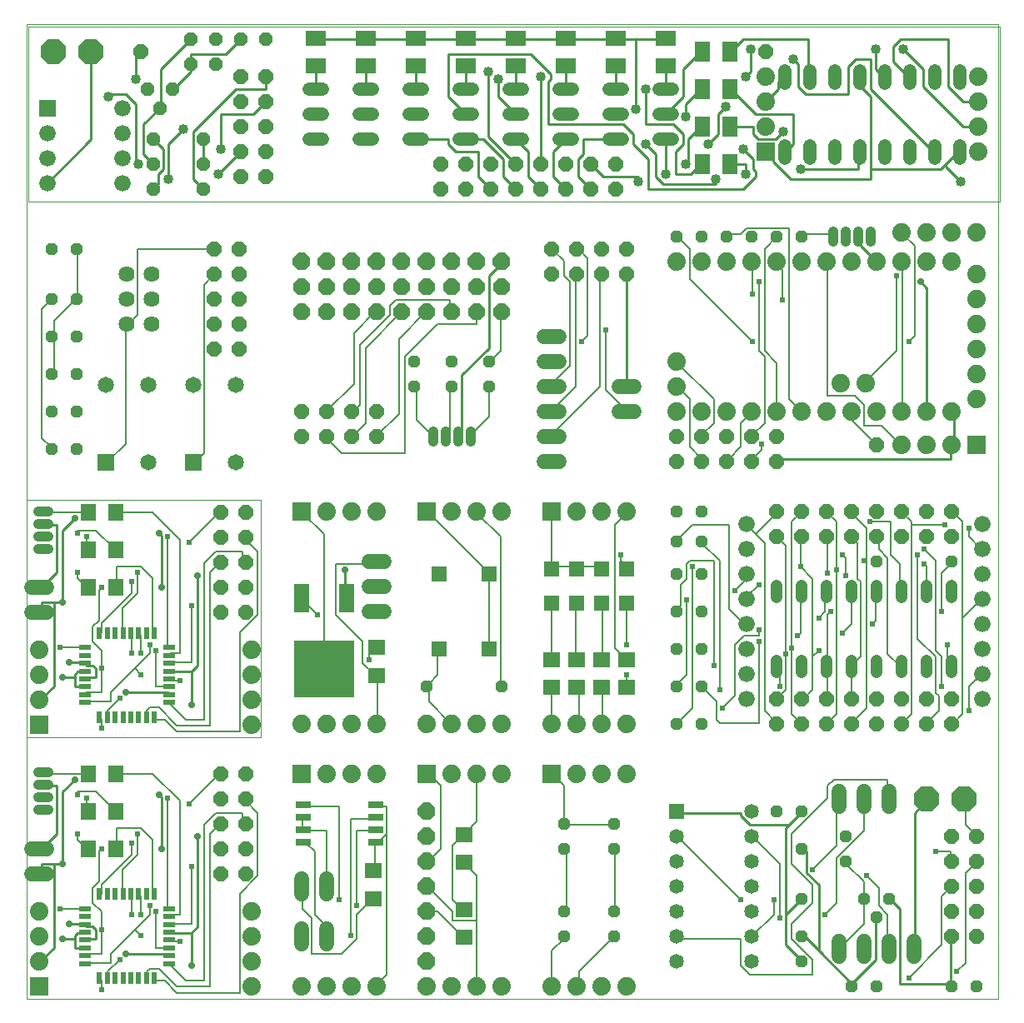
<source format=gtl>
G04 This is an RS-274x file exported by *
G04 gerbv version 2.6.1 *
G04 More information is available about gerbv at *
G04 http://gerbv.geda-project.org/ *
G04 --End of header info--*
%MOIN*%
%FSLAX34Y34*%
%IPPOS*%
G04 --Define apertures--*
%ADD10C,0.0000*%
%ADD11R,0.0500X0.0220*%
%ADD12R,0.0220X0.0500*%
%AMMACRO13*
5,1,8,0.000000,0.000000,0.064943,22.500000*
%
%ADD13MACRO13*%
%ADD14C,0.0600*%
%ADD15R,0.0650X0.0650*%
%ADD16C,0.0650*%
%AMMACRO17*
5,1,8,0.000000,0.000000,0.051955,22.500000*
%
%ADD17MACRO17*%
%ADD18R,0.0585X0.0585*%
%ADD19C,0.0585*%
%AMMACRO20*
5,1,8,0.000000,0.000000,0.108239,22.500000*
%
%ADD20MACRO20*%
%ADD21C,0.0740*%
%ADD22R,0.0630X0.0250*%
%ADD23C,0.0640*%
%ADD24R,0.0709X0.0630*%
%AMMACRO25*
5,1,8,0.000000,0.000000,0.075767,22.500000*
%
%ADD25MACRO25*%
%AMMACRO26*
5,1,8,0.000000,0.000000,0.071438,22.500000*
%
%ADD26MACRO26*%
%ADD27C,0.0413*%
%ADD28C,0.0660*%
%ADD29C,0.0480*%
%ADD30R,0.0591X0.0591*%
%ADD31R,0.0630X0.0709*%
%ADD32R,0.0630X0.1181*%
%ADD33R,0.2441X0.2283*%
%ADD34R,0.0710X0.0630*%
%ADD35R,0.0740X0.0740*%
%ADD36C,0.0100*%
%ADD37C,0.0280*%
%ADD38C,0.0080*%
%ADD39C,0.0240*%
%AMMACRO40*
5,1,8,0.000000,0.000000,0.064943,22.500000*
%
%ADD40MACRO40*%
%ADD41R,0.0660X0.0660*%
%AMMACRO42*
5,1,8,0.000000,0.000000,0.056284,22.500000*
%
%ADD42MACRO42*%
%AMMACRO43*
5,1,8,0.000000,0.000000,0.108239,22.500000*
%
%ADD43MACRO43*%
%AMMACRO44*
5,1,8,0.000000,0.000000,0.064943,22.500000*
%
%ADD44MACRO44*%
%ADD45C,0.0520*%
%ADD46R,0.0630X0.0787*%
%ADD47R,0.0787X0.0630*%
%ADD48C,0.0400*%
G04 --Start main section--*
G54D10*
G01X0000535Y0000450D02*
G01X0000535Y0039446D01*
G01X0000535Y0039446D02*
G01X0039405Y0039446D01*
G01X0039405Y0039446D02*
G01X0039405Y0000450D01*
G01X0039405Y0000450D02*
G01X0000535Y0000450D01*
G54D11*
G01X0002845Y0001848D03*
G01X0002845Y0002163D03*
G01X0002845Y0002478D03*
G01X0002845Y0002793D03*
G01X0002845Y0003107D03*
G01X0002845Y0003422D03*
G01X0002845Y0003737D03*
G01X0002845Y0004052D03*
G01X0006225Y0004052D03*
G01X0006225Y0003737D03*
G01X0006225Y0003422D03*
G01X0006225Y0003107D03*
G01X0006225Y0002793D03*
G01X0006225Y0002478D03*
G01X0006225Y0002163D03*
G01X0006225Y0001848D03*
G54D12*
G01X0005637Y0001260D03*
G01X0005322Y0001260D03*
G01X0005008Y0001260D03*
G01X0004693Y0001260D03*
G01X0004378Y0001260D03*
G01X0004063Y0001260D03*
G01X0003748Y0001260D03*
G01X0003433Y0001260D03*
G01X0003433Y0004640D03*
G01X0003748Y0004640D03*
G01X0004063Y0004640D03*
G01X0004378Y0004640D03*
G01X0004693Y0004640D03*
G01X0005008Y0004640D03*
G01X0005322Y0004640D03*
G01X0005637Y0004640D03*
G54D13*
G01X0008285Y0005450D03*
G01X0008285Y0006450D03*
G01X0008285Y0007450D03*
G01X0008285Y0008450D03*
G01X0008285Y0009450D03*
G01X0009285Y0009450D03*
G01X0009285Y0008450D03*
G01X0009285Y0007450D03*
G01X0009285Y0006450D03*
G01X0009285Y0005450D03*
G01X0026535Y0021950D03*
G01X0027535Y0021950D03*
G01X0027535Y0022950D03*
G01X0026535Y0022950D03*
G01X0028535Y0022950D03*
G01X0029535Y0022950D03*
G01X0029535Y0021950D03*
G01X0028535Y0021950D03*
G01X0030535Y0021950D03*
G01X0030535Y0022950D03*
G01X0030535Y0019950D03*
G01X0031535Y0019950D03*
G01X0031535Y0018950D03*
G01X0030535Y0018950D03*
G01X0032535Y0018950D03*
G01X0033535Y0018950D03*
G01X0033535Y0019950D03*
G01X0032535Y0019950D03*
G01X0034535Y0019950D03*
G01X0035535Y0019950D03*
G01X0035535Y0018950D03*
G01X0034535Y0018950D03*
G01X0036535Y0018950D03*
G01X0037535Y0018950D03*
G01X0037535Y0019950D03*
G01X0036535Y0019950D03*
G01X0034535Y0022600D03*
G01X0024535Y0029450D03*
G01X0024535Y0030450D03*
G01X0023535Y0030450D03*
G01X0022535Y0030450D03*
G01X0022535Y0029450D03*
G01X0023535Y0029450D03*
G01X0021535Y0029450D03*
G01X0021535Y0030450D03*
G01X0014535Y0023950D03*
G01X0014535Y0022950D03*
G01X0013535Y0022950D03*
G01X0012535Y0022950D03*
G01X0012535Y0023950D03*
G01X0013535Y0023950D03*
G01X0011535Y0023950D03*
G01X0011535Y0022950D03*
G01X0009035Y0026450D03*
G01X0008035Y0026450D03*
G01X0008035Y0027450D03*
G01X0008035Y0028450D03*
G01X0009035Y0028450D03*
G01X0009035Y0027450D03*
G01X0009035Y0029450D03*
G01X0008035Y0029450D03*
G01X0008035Y0030450D03*
G01X0009035Y0030450D03*
G01X0030535Y0012450D03*
G01X0031535Y0012450D03*
G01X0031535Y0011450D03*
G01X0030535Y0011450D03*
G01X0032535Y0011450D03*
G01X0033535Y0011450D03*
G01X0033535Y0012450D03*
G01X0032535Y0012450D03*
G01X0034535Y0012450D03*
G01X0035535Y0012450D03*
G01X0035535Y0011450D03*
G01X0034535Y0011450D03*
G01X0036535Y0011450D03*
G01X0037535Y0011450D03*
G01X0037535Y0012450D03*
G01X0036535Y0012450D03*
G01X0037535Y0006950D03*
G01X0037535Y0005950D03*
G01X0037535Y0004950D03*
G01X0037535Y0003950D03*
G01X0037535Y0002950D03*
G01X0038535Y0002950D03*
G01X0038535Y0003950D03*
G01X0038535Y0004950D03*
G01X0038535Y0005950D03*
G01X0038535Y0006950D03*
G54D14*
G01X0035035Y0008150D02*
G01X0035035Y0008750D01*
G01X0034035Y0008750D02*
G01X0034035Y0008150D01*
G01X0033035Y0008150D02*
G01X0033035Y0008750D01*
G01X0033035Y0002750D02*
G01X0033035Y0002150D01*
G01X0034035Y0002150D02*
G01X0034035Y0002750D01*
G01X0035035Y0002750D02*
G01X0035035Y0002150D01*
G01X0036035Y0002150D02*
G01X0036035Y0002750D01*
G01X0021835Y0021950D02*
G01X0021235Y0021950D01*
G01X0021235Y0022950D02*
G01X0021835Y0022950D01*
G01X0021835Y0023950D02*
G01X0021235Y0023950D01*
G01X0021235Y0024950D02*
G01X0021835Y0024950D01*
G01X0021835Y0025950D02*
G01X0021235Y0025950D01*
G01X0021235Y0026950D02*
G01X0021835Y0026950D01*
G01X0024235Y0024950D02*
G01X0024835Y0024950D01*
G01X0024835Y0023950D02*
G01X0024235Y0023950D01*
G01X0014835Y0017950D02*
G01X0014235Y0017950D01*
G01X0014235Y0016950D02*
G01X0014835Y0016950D01*
G01X0014835Y0015950D02*
G01X0014235Y0015950D01*
G01X0012535Y0005250D02*
G01X0012535Y0004650D01*
G01X0011535Y0004650D02*
G01X0011535Y0005250D01*
G01X0011535Y0003250D02*
G01X0011535Y0002650D01*
G01X0012535Y0002650D02*
G01X0012535Y0003250D01*
G01X0001335Y0005450D02*
G01X0000735Y0005450D01*
G01X0000735Y0006450D02*
G01X0001335Y0006450D01*
G54D15*
G01X0003685Y0021900D03*
G01X0007185Y0021900D03*
G54D16*
G01X0005385Y0021900D03*
G01X0005385Y0025000D03*
G01X0003685Y0025000D03*
G01X0007185Y0025000D03*
G01X0008885Y0025000D03*
G01X0008885Y0021900D03*
G54D17*
G01X0002535Y0022450D03*
G01X0001535Y0022450D03*
G01X0001535Y0023950D03*
G01X0002535Y0023950D03*
G01X0002535Y0025450D03*
G01X0001535Y0025450D03*
G01X0001535Y0026950D03*
G01X0002535Y0026950D03*
G01X0002535Y0028450D03*
G01X0001535Y0028450D03*
G01X0001535Y0030450D03*
G01X0002535Y0030450D03*
G01X0016035Y0025950D03*
G01X0016035Y0024950D03*
G01X0017535Y0024950D03*
G01X0017535Y0025950D03*
G01X0019035Y0025950D03*
G01X0019035Y0024950D03*
G01X0026535Y0019950D03*
G01X0027535Y0019950D03*
G01X0027535Y0018750D03*
G01X0026535Y0018750D03*
G01X0026535Y0017450D03*
G01X0027535Y0017450D03*
G01X0027535Y0015950D03*
G01X0026535Y0015950D03*
G01X0026535Y0014450D03*
G01X0027535Y0014450D03*
G01X0027535Y0012950D03*
G01X0026535Y0012950D03*
G01X0026535Y0011450D03*
G01X0027535Y0011450D03*
G01X0030535Y0007950D03*
G01X0031535Y0007950D03*
G01X0031535Y0006450D03*
G01X0033285Y0005950D03*
G01X0033285Y0006950D03*
G01X0034035Y0004450D03*
G01X0034535Y0003700D03*
G01X0035035Y0004450D03*
G01X0031535Y0004450D03*
G01X0031535Y0002950D03*
G01X0031535Y0001950D03*
G01X0033535Y0000950D03*
G01X0034535Y0000950D03*
G01X0037535Y0000950D03*
G01X0038535Y0000950D03*
G01X0024035Y0002950D03*
G01X0024035Y0003950D03*
G01X0022035Y0003950D03*
G01X0022035Y0002950D03*
G01X0022035Y0006450D03*
G01X0022035Y0007450D03*
G01X0024035Y0007450D03*
G01X0024035Y0006450D03*
G01X0019535Y0012950D03*
G01X0016535Y0012950D03*
G01X0034535Y0017950D03*
G01X0037535Y0017950D03*
G01X0031535Y0030950D03*
G01X0030535Y0030950D03*
G01X0029535Y0030950D03*
G01X0028535Y0030950D03*
G01X0027535Y0030950D03*
G01X0026535Y0030950D03*
G54D18*
G01X0026535Y0007950D03*
G54D19*
G01X0026535Y0006950D03*
G01X0026535Y0005950D03*
G01X0026535Y0004950D03*
G01X0026535Y0003950D03*
G01X0026535Y0002950D03*
G01X0026535Y0001950D03*
G01X0029535Y0001950D03*
G01X0029535Y0002950D03*
G01X0029535Y0003950D03*
G01X0029535Y0004950D03*
G01X0029535Y0005950D03*
G01X0029535Y0006950D03*
G01X0029535Y0007950D03*
G54D20*
G01X0036535Y0008450D03*
G01X0038035Y0008450D03*
G54D21*
G01X0024535Y0009450D03*
G01X0023535Y0009450D03*
G01X0022535Y0009450D03*
G01X0022535Y0011450D03*
G01X0023535Y0011450D03*
G01X0024535Y0011450D03*
G01X0021535Y0011450D03*
G01X0019535Y0011450D03*
G01X0018535Y0011450D03*
G01X0017535Y0011450D03*
G01X0016535Y0011450D03*
G01X0014535Y0011450D03*
G01X0013535Y0011450D03*
G01X0012535Y0011450D03*
G01X0011535Y0011450D03*
G01X0012535Y0009450D03*
G01X0013535Y0009450D03*
G01X0014535Y0009450D03*
G01X0017535Y0009450D03*
G01X0018535Y0009450D03*
G01X0019535Y0009450D03*
G01X0019535Y0000950D03*
G01X0018535Y0000950D03*
G01X0017535Y0000950D03*
G01X0016535Y0000950D03*
G01X0014535Y0000950D03*
G01X0013535Y0000950D03*
G01X0012535Y0000950D03*
G01X0011535Y0000950D03*
G01X0009535Y0000950D03*
G01X0009535Y0001950D03*
G01X0009535Y0002950D03*
G01X0009535Y0003950D03*
G01X0001035Y0003950D03*
G01X0001035Y0002950D03*
G01X0001035Y0001950D03*
G01X0012535Y0019950D03*
G01X0013535Y0019950D03*
G01X0014535Y0019950D03*
G01X0017535Y0019950D03*
G01X0018535Y0019950D03*
G01X0019535Y0019950D03*
G01X0022535Y0019950D03*
G01X0023535Y0019950D03*
G01X0024535Y0019950D03*
G01X0026535Y0023950D03*
G01X0027535Y0023950D03*
G01X0028535Y0023950D03*
G01X0029535Y0023950D03*
G01X0030535Y0023950D03*
G01X0031535Y0023950D03*
G01X0032535Y0023950D03*
G01X0033535Y0023950D03*
G01X0034535Y0023950D03*
G01X0035535Y0023950D03*
G01X0036535Y0023950D03*
G01X0037535Y0023950D03*
G01X0038535Y0024450D03*
G01X0038535Y0025450D03*
G01X0038535Y0026450D03*
G01X0038535Y0027450D03*
G01X0038535Y0028450D03*
G01X0038535Y0029450D03*
G01X0037535Y0029950D03*
G01X0036535Y0029950D03*
G01X0035535Y0029950D03*
G01X0034535Y0029950D03*
G01X0033535Y0029950D03*
G01X0032535Y0029950D03*
G01X0031535Y0029950D03*
G01X0030535Y0029950D03*
G01X0029535Y0029950D03*
G01X0028535Y0029950D03*
G01X0027535Y0029950D03*
G01X0026535Y0029950D03*
G01X0026535Y0025950D03*
G01X0026535Y0024950D03*
G01X0033098Y0025075D03*
G01X0034098Y0025075D03*
G01X0035535Y0022600D03*
G01X0036535Y0022600D03*
G01X0037535Y0022600D03*
G01X0037535Y0031100D03*
G01X0036535Y0031100D03*
G01X0035535Y0031100D03*
G01X0038535Y0031100D03*
G01X0024535Y0000950D03*
G01X0023535Y0000950D03*
G01X0022535Y0000950D03*
G01X0021535Y0000950D03*
G54D22*
G01X0014485Y0006700D03*
G01X0014485Y0007200D03*
G01X0014485Y0007700D03*
G01X0014485Y0008200D03*
G01X0011585Y0008200D03*
G01X0011585Y0007700D03*
G01X0011585Y0007200D03*
G01X0011585Y0006700D03*
G54D23*
G01X0005535Y0027450D03*
G01X0004535Y0027450D03*
G01X0004535Y0028450D03*
G01X0005535Y0028450D03*
G01X0005535Y0029450D03*
G01X0004535Y0029450D03*
G54D24*
G01X0021535Y0014001D03*
G01X0022535Y0014001D03*
G01X0023535Y0014001D03*
G01X0024535Y0014001D03*
G01X0024535Y0012899D03*
G01X0023535Y0012899D03*
G01X0022535Y0012899D03*
G01X0021535Y0012899D03*
G01X0018035Y0007001D03*
G01X0018035Y0005899D03*
G01X0018035Y0004001D03*
G01X0018035Y0002899D03*
G54D25*
G01X0016535Y0002950D03*
G01X0016535Y0003950D03*
G01X0016535Y0004950D03*
G01X0016535Y0005950D03*
G01X0016535Y0006950D03*
G01X0016535Y0007950D03*
G01X0016535Y0001950D03*
G01X0016535Y0000950D03*
G01X0016535Y0029950D03*
G01X0017535Y0029950D03*
G01X0018535Y0029950D03*
G01X0019535Y0029950D03*
G01X0015535Y0029950D03*
G01X0014535Y0029950D03*
G01X0013535Y0029950D03*
G01X0012535Y0029950D03*
G01X0011535Y0029950D03*
G54D26*
G01X0011535Y0028950D03*
G01X0011535Y0027950D03*
G01X0012535Y0027950D03*
G01X0013535Y0027950D03*
G01X0013535Y0028950D03*
G01X0012535Y0028950D03*
G01X0014535Y0028950D03*
G01X0015535Y0028950D03*
G01X0015535Y0027950D03*
G01X0014535Y0027950D03*
G01X0016535Y0027950D03*
G01X0017535Y0027950D03*
G01X0017535Y0028950D03*
G01X0016535Y0028950D03*
G01X0018535Y0028950D03*
G01X0019535Y0028950D03*
G01X0019535Y0027950D03*
G01X0018535Y0027950D03*
G54D27*
G01X0018285Y0023157D02*
G01X0018285Y0022743D01*
G01X0017785Y0022743D02*
G01X0017785Y0023157D01*
G01X0017285Y0023157D02*
G01X0017285Y0022743D01*
G01X0016785Y0022743D02*
G01X0016785Y0023157D01*
G01X0001392Y0009500D02*
G01X0000978Y0009500D01*
G01X0000978Y0009000D02*
G01X0001392Y0009000D01*
G01X0001392Y0008500D02*
G01X0000978Y0008500D01*
G01X0000978Y0008000D02*
G01X0001392Y0008000D01*
G01X0032785Y0030743D02*
G01X0032785Y0031157D01*
G01X0033285Y0031157D02*
G01X0033285Y0030743D01*
G01X0033785Y0030743D02*
G01X0033785Y0031157D01*
G01X0034285Y0031157D02*
G01X0034285Y0030743D01*
G54D28*
G01X0038759Y0019450D03*
G01X0038759Y0018450D03*
G01X0038759Y0017450D03*
G01X0038759Y0016450D03*
G01X0038759Y0015450D03*
G01X0038759Y0014450D03*
G01X0038759Y0013450D03*
G01X0038759Y0012450D03*
G01X0029311Y0012450D03*
G01X0029311Y0013450D03*
G01X0029311Y0014450D03*
G01X0029311Y0015450D03*
G01X0029311Y0016450D03*
G01X0029311Y0017450D03*
G01X0029311Y0018450D03*
G01X0029311Y0019450D03*
G54D29*
G01X0030535Y0016990D02*
G01X0030535Y0016510D01*
G01X0031535Y0016510D02*
G01X0031535Y0016990D01*
G01X0032535Y0016990D02*
G01X0032535Y0016510D01*
G01X0033535Y0016510D02*
G01X0033535Y0016990D01*
G01X0034535Y0016990D02*
G01X0034535Y0016510D01*
G01X0035535Y0016510D02*
G01X0035535Y0016990D01*
G01X0036535Y0016990D02*
G01X0036535Y0016510D01*
G01X0037535Y0016510D02*
G01X0037535Y0016990D01*
G01X0037535Y0013990D02*
G01X0037535Y0013510D01*
G01X0036535Y0013510D02*
G01X0036535Y0013990D01*
G01X0035535Y0013990D02*
G01X0035535Y0013510D01*
G01X0034535Y0013510D02*
G01X0034535Y0013990D01*
G01X0033535Y0013990D02*
G01X0033535Y0013510D01*
G01X0032535Y0013510D02*
G01X0032535Y0013990D01*
G01X0031535Y0013990D02*
G01X0031535Y0013510D01*
G01X0030535Y0013510D02*
G01X0030535Y0013990D01*
G54D30*
G01X0024535Y0016261D03*
G01X0023535Y0016261D03*
G01X0022535Y0016261D03*
G01X0021535Y0016261D03*
G01X0021535Y0017639D03*
G01X0022535Y0017639D03*
G01X0023535Y0017639D03*
G01X0024535Y0017639D03*
G01X0019035Y0017450D03*
G01X0017035Y0017450D03*
G01X0017035Y0014450D03*
G01X0019035Y0014450D03*
G54D31*
G01X0004086Y0009450D03*
G01X0002984Y0009450D03*
G01X0002984Y0007950D03*
G01X0004086Y0007950D03*
G01X0004086Y0006450D03*
G01X0002984Y0006450D03*
G54D32*
G01X0011535Y0016477D03*
G01X0013335Y0016477D03*
G54D33*
G01X0012435Y0013650D03*
G54D34*
G01X0014535Y0013390D03*
G01X0014535Y0014510D03*
G01X0014385Y0005560D03*
G01X0014385Y0004440D03*
G54D35*
G01X0016535Y0009450D03*
G01X0021535Y0009450D03*
G01X0011535Y0009450D03*
G01X0001035Y0000950D03*
G01X0011535Y0019950D03*
G01X0016535Y0019950D03*
G01X0021535Y0019950D03*
G01X0038535Y0022600D03*
G54D36*
G01X0037615Y0022650D02*
G01X0037535Y0022600D01*
G01X0037535Y0022600D02*
G01X0037495Y0022530D01*
G01X0037495Y0022530D02*
G01X0037495Y0022050D01*
G01X0037495Y0022050D02*
G01X0030535Y0022050D01*
G01X0030535Y0022050D02*
G01X0030535Y0021950D01*
G01X0036535Y0023950D02*
G01X0036535Y0028890D01*
G01X0036535Y0028890D02*
G01X0036295Y0029130D01*
G01X0034535Y0029950D02*
G01X0034495Y0029970D01*
G01X0034495Y0029970D02*
G01X0033895Y0030570D01*
G01X0033895Y0030570D02*
G01X0033895Y0030930D01*
G01X0033895Y0030930D02*
G01X0033785Y0030950D01*
G01X0037535Y0023950D02*
G01X0037615Y0023850D01*
G01X0037615Y0023850D02*
G01X0037615Y0022650D01*
G01X0024535Y0024950D02*
G01X0024535Y0029450D01*
G01X0019535Y0029950D02*
G01X0019495Y0029850D01*
G01X0019495Y0029850D02*
G01X0019015Y0029370D01*
G01X0019015Y0029370D02*
G01X0019015Y0026490D01*
G01X0019015Y0026490D02*
G01X0017935Y0025410D01*
G01X0017935Y0025410D02*
G01X0017935Y0023130D01*
G01X0017935Y0023130D02*
G01X0017815Y0023010D01*
G01X0017815Y0023010D02*
G01X0017785Y0022950D01*
G01X0013255Y0017610D02*
G01X0013255Y0016530D01*
G01X0013255Y0016530D02*
G01X0013335Y0016477D01*
G01X0005815Y0008610D02*
G01X0005935Y0008490D01*
G01X0005935Y0008490D02*
G01X0005935Y0006450D01*
G01X0007375Y0006930D02*
G01X0007375Y0003330D01*
G01X0007375Y0003330D02*
G01X0007135Y0003090D01*
G01X0007135Y0003090D02*
G01X0007135Y0001770D01*
G01X0006225Y0002163D02*
G01X0006175Y0002250D01*
G01X0006175Y0002250D02*
G01X0004495Y0002250D01*
G01X0003295Y0002850D02*
G01X0003295Y0003210D01*
G01X0003295Y0003210D02*
G01X0003175Y0003330D01*
G01X0003175Y0003330D02*
G01X0002935Y0003330D01*
G01X0002935Y0003330D02*
G01X0002845Y0003422D01*
G01X0002845Y0003422D02*
G01X0002815Y0003450D01*
G01X0002815Y0003450D02*
G01X0002215Y0003450D01*
G01X0002575Y0003090D02*
G01X0002815Y0003090D01*
G01X0002815Y0003090D02*
G01X0002845Y0003107D01*
G01X0002575Y0003090D02*
G01X0002455Y0002970D01*
G01X0002455Y0002970D02*
G01X0002455Y0002850D01*
G01X0002455Y0002850D02*
G01X0001975Y0002850D01*
G01X0001615Y0002490D02*
G01X0001615Y0005850D01*
G01X0001615Y0005850D02*
G01X0001975Y0005850D01*
G01X0001975Y0005850D02*
G01X0001975Y0008730D01*
G01X0001975Y0008730D02*
G01X0002455Y0009210D01*
G01X0001735Y0008970D02*
G01X0001735Y0007050D01*
G01X0001735Y0007050D02*
G01X0001135Y0006450D01*
G01X0001135Y0006450D02*
G01X0001035Y0006450D01*
G01X0001135Y0005850D02*
G01X0001135Y0005490D01*
G01X0001135Y0005490D02*
G01X0001035Y0005450D01*
G01X0001135Y0005850D02*
G01X0001615Y0005850D01*
G01X0002455Y0002850D02*
G01X0002455Y0002490D01*
G01X0002455Y0002490D02*
G01X0002815Y0002490D01*
G01X0002815Y0002490D02*
G01X0002845Y0002478D01*
G01X0002845Y0002793D02*
G01X0002935Y0002850D01*
G01X0002935Y0002850D02*
G01X0003295Y0002850D01*
G01X0001615Y0002490D02*
G01X0001135Y0002010D01*
G01X0001135Y0002010D02*
G01X0001035Y0001950D01*
G01X0001035Y0000950D02*
G01X0001135Y0000930D01*
G01X0006225Y0003107D02*
G01X0006295Y0003090D01*
G01X0006295Y0003090D02*
G01X0007135Y0003090D01*
G01X0001735Y0008970D02*
G01X0001255Y0008970D01*
G01X0001255Y0008970D02*
G01X0001185Y0009000D01*
G01X0026535Y0007950D02*
G01X0026575Y0007890D01*
G01X0026575Y0007890D02*
G01X0029095Y0007890D01*
G01X0029095Y0007890D02*
G01X0029095Y0007770D01*
G01X0029095Y0007770D02*
G01X0029455Y0007410D01*
G01X0029455Y0007410D02*
G01X0031015Y0007410D01*
G01X0031015Y0007410D02*
G01X0031495Y0007890D01*
G01X0031495Y0007890D02*
G01X0031535Y0007950D01*
G01X0031015Y0007410D02*
G01X0030895Y0007290D01*
G01X0030895Y0007290D02*
G01X0030895Y0003810D01*
G01X0030895Y0003810D02*
G01X0031535Y0004450D01*
G01X0032215Y0005010D02*
G01X0031735Y0005490D01*
G01X0031735Y0005490D02*
G01X0031735Y0006330D01*
G01X0031735Y0006330D02*
G01X0031615Y0006450D01*
G01X0031615Y0006450D02*
G01X0031535Y0006450D01*
G01X0032215Y0005010D02*
G01X0032215Y0002370D01*
G01X0032215Y0002370D02*
G01X0033535Y0001050D01*
G01X0033535Y0001050D02*
G01X0033535Y0000950D01*
G01X0033535Y0001050D02*
G01X0034495Y0002010D01*
G01X0034495Y0002010D02*
G01X0034495Y0003690D01*
G01X0034495Y0003690D02*
G01X0034535Y0003700D01*
G01X0035035Y0004450D02*
G01X0035095Y0004410D01*
G01X0035095Y0004410D02*
G01X0035455Y0004050D01*
G01X0035455Y0004050D02*
G01X0035455Y0001050D01*
G01X0035455Y0001050D02*
G01X0037495Y0001050D01*
G01X0037495Y0001050D02*
G01X0037535Y0000950D01*
G01X0037495Y0001050D02*
G01X0037495Y0002850D01*
G01X0037495Y0002850D02*
G01X0037535Y0002950D01*
G01X0036055Y0002490D02*
G01X0036035Y0002450D01*
G01X0036055Y0002490D02*
G01X0036055Y0007890D01*
G01X0036055Y0007890D02*
G01X0036535Y0008370D01*
G01X0036535Y0008370D02*
G01X0036535Y0008450D01*
G01X0030895Y0003810D02*
G01X0030895Y0002610D01*
G01X0030895Y0002610D02*
G01X0031495Y0002010D01*
G01X0031495Y0002010D02*
G01X0031535Y0001950D01*
G01X0032215Y0002370D02*
G01X0031615Y0002970D01*
G01X0031615Y0002970D02*
G01X0031535Y0002950D01*
G54D37*
G01X0013255Y0017610D03*
G01X0005815Y0008610D03*
G01X0007375Y0006930D03*
G01X0005935Y0006450D03*
G01X0002455Y0009210D03*
G01X0001975Y0005850D03*
G01X0002215Y0003450D03*
G01X0001975Y0002850D03*
G01X0004495Y0002250D03*
G01X0007135Y0001770D03*
G01X0036295Y0029130D03*
G54D38*
G01X0035335Y0029370D02*
G01X0035335Y0026370D01*
G01X0035335Y0026370D02*
G01X0034135Y0025170D01*
G01X0034135Y0025170D02*
G01X0034098Y0025075D01*
G01X0033655Y0024570D02*
G01X0032575Y0024570D01*
G01X0032575Y0024570D02*
G01X0032575Y0029850D01*
G01X0032575Y0029850D02*
G01X0032535Y0029950D01*
G01X0032785Y0030950D02*
G01X0032695Y0031050D01*
G01X0032695Y0031050D02*
G01X0031615Y0031050D01*
G01X0031615Y0031050D02*
G01X0031535Y0030950D01*
G01X0031015Y0031290D02*
G01X0031015Y0024450D01*
G01X0031015Y0024450D02*
G01X0031495Y0023970D01*
G01X0031495Y0023970D02*
G01X0031535Y0023950D01*
G01X0030535Y0023950D02*
G01X0030535Y0025890D01*
G01X0030535Y0025890D02*
G01X0030055Y0026370D01*
G01X0030055Y0026370D02*
G01X0030055Y0030450D01*
G01X0030055Y0030450D02*
G01X0030535Y0030930D01*
G01X0030535Y0030930D02*
G01X0030535Y0030950D01*
G01X0031015Y0031290D02*
G01X0029335Y0031290D01*
G01X0029335Y0031290D02*
G01X0029095Y0031050D01*
G01X0029095Y0031050D02*
G01X0028615Y0031050D01*
G01X0028615Y0031050D02*
G01X0028535Y0030950D01*
G01X0029535Y0029950D02*
G01X0029575Y0029850D01*
G01X0029575Y0029850D02*
G01X0029575Y0028650D01*
G01X0029815Y0029130D02*
G01X0029815Y0026370D01*
G01X0029815Y0026370D02*
G01X0030055Y0026130D01*
G01X0030055Y0026130D02*
G01X0030055Y0023490D01*
G01X0030055Y0023490D02*
G01X0029575Y0023010D01*
G01X0029575Y0023010D02*
G01X0029535Y0022950D01*
G01X0029935Y0022650D02*
G01X0029935Y0022410D01*
G01X0029935Y0022410D02*
G01X0029575Y0022050D01*
G01X0029575Y0022050D02*
G01X0029535Y0021950D01*
G01X0029095Y0022530D02*
G01X0029095Y0023490D01*
G01X0029095Y0023490D02*
G01X0029455Y0023850D01*
G01X0029455Y0023850D02*
G01X0029535Y0023950D01*
G01X0028015Y0023490D02*
G01X0028015Y0024450D01*
G01X0028015Y0024450D02*
G01X0026575Y0025890D01*
G01X0026575Y0025890D02*
G01X0026535Y0025950D01*
G01X0026535Y0024950D02*
G01X0026575Y0024930D01*
G01X0026575Y0024930D02*
G01X0027055Y0024450D01*
G01X0027055Y0024450D02*
G01X0027055Y0022530D01*
G01X0027055Y0022530D02*
G01X0027535Y0022050D01*
G01X0027535Y0022050D02*
G01X0027535Y0021950D01*
G01X0027535Y0022950D02*
G01X0027535Y0023010D01*
G01X0027535Y0023010D02*
G01X0028015Y0023490D01*
G01X0029095Y0022530D02*
G01X0028615Y0022050D01*
G01X0028615Y0022050D02*
G01X0028535Y0021950D01*
G01X0030535Y0019950D02*
G01X0030535Y0019890D01*
G01X0030535Y0019890D02*
G01X0029695Y0019050D01*
G01X0029695Y0019050D02*
G01X0030055Y0018690D01*
G01X0030055Y0018690D02*
G01X0030055Y0011970D01*
G01X0030055Y0011970D02*
G01X0030535Y0011490D01*
G01X0030535Y0011490D02*
G01X0030535Y0011450D01*
G01X0031135Y0011850D02*
G01X0031135Y0014490D01*
G01X0031135Y0014490D02*
G01X0031135Y0019530D01*
G01X0031135Y0019530D02*
G01X0031495Y0019890D01*
G01X0031495Y0019890D02*
G01X0031535Y0019950D01*
G01X0031535Y0018950D02*
G01X0031495Y0018930D01*
G01X0031495Y0018930D02*
G01X0031495Y0017730D01*
G01X0031495Y0017730D02*
G01X0031975Y0017250D01*
G01X0031975Y0017250D02*
G01X0031975Y0014130D01*
G01X0031975Y0014130D02*
G01X0031975Y0012810D01*
G01X0031975Y0012810D02*
G01X0031615Y0012450D01*
G01X0031615Y0012450D02*
G01X0031535Y0012450D01*
G01X0030895Y0012810D02*
G01X0030535Y0012450D01*
G01X0030655Y0012930D02*
G01X0030655Y0013530D01*
G01X0030655Y0013530D02*
G01X0030535Y0013650D01*
G01X0030535Y0013650D02*
G01X0030535Y0013750D01*
G01X0030895Y0014250D02*
G01X0030895Y0012810D01*
G01X0031135Y0011850D02*
G01X0031535Y0011450D01*
G01X0032535Y0011450D02*
G01X0032935Y0011850D01*
G01X0032935Y0011850D02*
G01X0032935Y0017610D01*
G01X0032935Y0017610D02*
G01X0032935Y0019530D01*
G01X0032935Y0019530D02*
G01X0032575Y0019890D01*
G01X0032575Y0019890D02*
G01X0032535Y0019950D01*
G01X0033535Y0019950D02*
G01X0033535Y0019890D01*
G01X0033535Y0019890D02*
G01X0034135Y0019290D01*
G01X0034135Y0019290D02*
G01X0034135Y0017970D01*
G01X0034135Y0017970D02*
G01X0034015Y0017970D01*
G01X0034135Y0017970D02*
G01X0034135Y0012090D01*
G01X0034135Y0012090D02*
G01X0033535Y0011490D01*
G01X0033535Y0011490D02*
G01X0033535Y0011450D01*
G01X0033535Y0012450D02*
G01X0033535Y0013750D01*
G01X0033535Y0013750D02*
G01X0033535Y0013770D01*
G01X0033535Y0013770D02*
G01X0033895Y0014130D01*
G01X0033895Y0014130D02*
G01X0033895Y0017130D01*
G01X0033895Y0017130D02*
G01X0033775Y0017250D01*
G01X0033775Y0017250D02*
G01X0033775Y0018690D01*
G01X0033775Y0018690D02*
G01X0033535Y0018930D01*
G01X0033535Y0018930D02*
G01X0033535Y0018950D01*
G01X0033175Y0018210D02*
G01X0033295Y0018090D01*
G01X0033295Y0018090D02*
G01X0033295Y0017370D01*
G01X0033535Y0016750D02*
G01X0033535Y0015450D01*
G01X0033535Y0015450D02*
G01X0033175Y0015090D01*
G01X0032575Y0015810D02*
G01X0032575Y0013770D01*
G01X0032575Y0013770D02*
G01X0032535Y0013750D01*
G01X0032535Y0013750D02*
G01X0032575Y0013650D01*
G01X0032575Y0013650D02*
G01X0032575Y0012450D01*
G01X0032575Y0012450D02*
G01X0032535Y0012450D01*
G01X0031975Y0014130D02*
G01X0032215Y0014370D01*
G01X0031495Y0015090D02*
G01X0031495Y0016650D01*
G01X0031495Y0016650D02*
G01X0031535Y0016750D01*
G01X0032455Y0016650D02*
G01X0032455Y0015930D01*
G01X0032455Y0015930D02*
G01X0032215Y0015690D01*
G01X0032575Y0015810D02*
G01X0032695Y0015930D01*
G01X0032455Y0016650D02*
G01X0032535Y0016750D01*
G01X0032575Y0017490D02*
G01X0032575Y0018930D01*
G01X0032575Y0018930D02*
G01X0032535Y0018950D01*
G01X0030895Y0018570D02*
G01X0030895Y0014250D01*
G01X0031375Y0014970D02*
G01X0031495Y0015090D01*
G01X0029815Y0015210D02*
G01X0029815Y0014970D01*
G01X0029815Y0014970D02*
G01X0029215Y0014970D01*
G01X0029215Y0014970D02*
G01X0028855Y0014610D01*
G01X0028855Y0014610D02*
G01X0028855Y0012570D01*
G01X0028855Y0012570D02*
G01X0028375Y0012090D01*
G01X0028135Y0012330D02*
G01X0028135Y0011610D01*
G01X0028135Y0011610D02*
G01X0028255Y0011490D01*
G01X0028255Y0011490D02*
G01X0029815Y0011490D01*
G01X0029815Y0011490D02*
G01X0029815Y0014730D01*
G01X0029311Y0015450D02*
G01X0029215Y0015450D01*
G01X0029215Y0015450D02*
G01X0028615Y0016050D01*
G01X0028615Y0016050D02*
G01X0028615Y0019410D01*
G01X0028615Y0019410D02*
G01X0027175Y0019410D01*
G01X0027175Y0019410D02*
G01X0026575Y0018810D01*
G01X0026575Y0018810D02*
G01X0026535Y0018750D01*
G01X0027055Y0017970D02*
G01X0028015Y0017970D01*
G01X0028015Y0017970D02*
G01X0028015Y0013770D01*
G01X0027535Y0012950D02*
G01X0027535Y0012930D01*
G01X0027535Y0012930D02*
G01X0028135Y0012330D01*
G01X0028255Y0012810D02*
G01X0028255Y0017970D01*
G01X0028255Y0017970D02*
G01X0027535Y0018690D01*
G01X0027535Y0018690D02*
G01X0027535Y0018750D01*
G01X0027055Y0017970D02*
G01X0026935Y0017850D01*
G01X0026935Y0017850D02*
G01X0026935Y0017250D01*
G01X0026935Y0017250D02*
G01X0026695Y0017010D01*
G01X0026695Y0017010D02*
G01X0026695Y0016170D01*
G01X0026695Y0016170D02*
G01X0026575Y0016050D01*
G01X0026575Y0016050D02*
G01X0026535Y0015950D01*
G01X0026935Y0016410D02*
G01X0026935Y0013410D01*
G01X0026935Y0013410D02*
G01X0026575Y0013050D01*
G01X0026575Y0013050D02*
G01X0026535Y0012950D01*
G01X0027175Y0012090D02*
G01X0027175Y0017730D01*
G01X0028855Y0016770D02*
G01X0029215Y0017130D01*
G01X0029215Y0017130D02*
G01X0029215Y0017370D01*
G01X0029215Y0017370D02*
G01X0029311Y0017450D01*
G01X0029815Y0017010D02*
G01X0029335Y0016530D01*
G01X0029335Y0016530D02*
G01X0029311Y0016450D01*
G01X0030895Y0018570D02*
G01X0030535Y0018930D01*
G01X0030535Y0018930D02*
G01X0030535Y0018950D01*
G01X0029695Y0019050D02*
G01X0029335Y0019410D01*
G01X0029335Y0019410D02*
G01X0029311Y0019450D01*
G01X0033535Y0023610D02*
G01X0033535Y0023950D01*
G01X0033535Y0023610D02*
G01X0034495Y0022650D01*
G01X0034495Y0022650D02*
G01X0034535Y0022600D01*
G01X0034735Y0023370D02*
G01X0034015Y0023370D01*
G01X0034015Y0023370D02*
G01X0034015Y0024210D01*
G01X0034015Y0024210D02*
G01X0033655Y0024570D01*
G01X0034735Y0023370D02*
G01X0035455Y0022650D01*
G01X0035455Y0022650D02*
G01X0035535Y0022600D01*
G01X0035535Y0023950D02*
G01X0035575Y0023970D01*
G01X0035575Y0023970D02*
G01X0035575Y0029850D01*
G01X0035575Y0029850D02*
G01X0035535Y0029950D01*
G01X0036055Y0030570D02*
G01X0035575Y0031050D01*
G01X0035575Y0031050D02*
G01X0035535Y0031100D01*
G01X0036055Y0030570D02*
G01X0036055Y0026970D01*
G01X0036055Y0026970D02*
G01X0035815Y0026730D01*
G01X0030775Y0028410D02*
G01X0030775Y0029610D01*
G01X0030775Y0029610D02*
G01X0030535Y0029850D01*
G01X0030535Y0029850D02*
G01X0030535Y0029950D01*
G01X0029575Y0026730D02*
G01X0027055Y0029250D01*
G01X0027055Y0029250D02*
G01X0027055Y0030450D01*
G01X0027055Y0030450D02*
G01X0026575Y0030930D01*
G01X0026575Y0030930D02*
G01X0026535Y0030950D01*
G01X0023535Y0029450D02*
G01X0023455Y0029370D01*
G01X0023455Y0029370D02*
G01X0023455Y0024930D01*
G01X0023455Y0024930D02*
G01X0021535Y0023010D01*
G01X0021535Y0023010D02*
G01X0021535Y0022950D01*
G01X0021535Y0023950D02*
G01X0021535Y0023970D01*
G01X0021535Y0023970D02*
G01X0022495Y0024930D01*
G01X0022495Y0024930D02*
G01X0022495Y0029370D01*
G01X0022495Y0029370D02*
G01X0022535Y0029450D01*
G01X0022255Y0029130D02*
G01X0022015Y0029370D01*
G01X0022015Y0029370D02*
G01X0022015Y0029970D01*
G01X0022015Y0029970D02*
G01X0021535Y0030450D01*
G01X0022535Y0030450D02*
G01X0022615Y0030450D01*
G01X0022615Y0030450D02*
G01X0022975Y0030090D01*
G01X0022975Y0030090D02*
G01X0022975Y0026970D01*
G01X0022975Y0026970D02*
G01X0022735Y0026730D01*
G01X0022255Y0025770D02*
G01X0022255Y0029130D01*
G01X0023695Y0027210D02*
G01X0023695Y0024810D01*
G01X0023695Y0024810D02*
G01X0024535Y0023970D01*
G01X0024535Y0023970D02*
G01X0024535Y0023950D01*
G01X0022255Y0025770D02*
G01X0021535Y0025050D01*
G01X0021535Y0025050D02*
G01X0021535Y0024950D01*
G01X0019495Y0026370D02*
G01X0019495Y0027930D01*
G01X0019495Y0027930D02*
G01X0019535Y0027950D01*
G01X0018535Y0027950D02*
G01X0018535Y0027450D01*
G01X0018535Y0027450D02*
G01X0016975Y0027450D01*
G01X0016975Y0027450D02*
G01X0015655Y0026130D01*
G01X0015655Y0026130D02*
G01X0015655Y0022290D01*
G01X0015655Y0022290D02*
G01X0013135Y0022290D01*
G01X0013135Y0022290D02*
G01X0012535Y0022890D01*
G01X0012535Y0022890D02*
G01X0012535Y0022950D01*
G01X0012535Y0023950D02*
G01X0012535Y0023970D01*
G01X0012535Y0023970D02*
G01X0013615Y0025050D01*
G01X0013615Y0025050D02*
G01X0013615Y0027090D01*
G01X0013615Y0027090D02*
G01X0014455Y0027930D01*
G01X0014455Y0027930D02*
G01X0014535Y0027950D01*
G01X0015055Y0027810D02*
G01X0015055Y0028170D01*
G01X0015055Y0028170D02*
G01X0015295Y0028410D01*
G01X0015295Y0028410D02*
G01X0017455Y0028410D01*
G01X0017455Y0028410D02*
G01X0017455Y0028050D01*
G01X0017455Y0028050D02*
G01X0017535Y0027950D01*
G01X0016535Y0027950D02*
G01X0016495Y0027930D01*
G01X0016495Y0027930D02*
G01X0015415Y0026850D01*
G01X0015415Y0026850D02*
G01X0015415Y0023850D01*
G01X0015415Y0023850D02*
G01X0014575Y0023010D01*
G01X0014575Y0023010D02*
G01X0014535Y0022950D01*
G01X0014095Y0023490D02*
G01X0014095Y0026490D01*
G01X0014095Y0026490D02*
G01X0015535Y0027930D01*
G01X0015535Y0027930D02*
G01X0015535Y0027950D01*
G01X0015055Y0027810D02*
G01X0013855Y0026610D01*
G01X0013855Y0026610D02*
G01X0013855Y0024210D01*
G01X0013855Y0024210D02*
G01X0013615Y0023970D01*
G01X0013615Y0023970D02*
G01X0013535Y0023950D01*
G01X0014095Y0023490D02*
G01X0013615Y0023010D01*
G01X0013615Y0023010D02*
G01X0013535Y0022950D01*
G01X0016135Y0023610D02*
G01X0016135Y0024930D01*
G01X0016135Y0024930D02*
G01X0016035Y0024950D01*
G01X0017455Y0024930D02*
G01X0017535Y0024950D01*
G01X0017455Y0024930D02*
G01X0017455Y0023130D01*
G01X0017455Y0023130D02*
G01X0017335Y0023010D01*
G01X0017335Y0023010D02*
G01X0017285Y0022950D01*
G01X0016785Y0022950D02*
G01X0016735Y0023010D01*
G01X0016735Y0023010D02*
G01X0016135Y0023610D01*
G01X0018295Y0023010D02*
G01X0018285Y0022950D01*
G01X0018295Y0023010D02*
G01X0019015Y0023730D01*
G01X0019015Y0023730D02*
G01X0019015Y0024930D01*
G01X0019015Y0024930D02*
G01X0019035Y0024950D01*
G01X0019035Y0025950D02*
G01X0019135Y0026010D01*
G01X0019135Y0026010D02*
G01X0019495Y0026370D01*
G01X0018535Y0019950D02*
G01X0018535Y0019890D01*
G01X0018535Y0019890D02*
G01X0019495Y0018930D01*
G01X0019495Y0018930D02*
G01X0019495Y0013050D01*
G01X0019495Y0013050D02*
G01X0019535Y0012950D01*
G01X0019035Y0014450D02*
G01X0019015Y0014490D01*
G01X0019015Y0014490D02*
G01X0019015Y0017370D01*
G01X0019015Y0017370D02*
G01X0019035Y0017450D01*
G01X0019035Y0017450D02*
G01X0019015Y0017490D01*
G01X0019015Y0017490D02*
G01X0016615Y0019890D01*
G01X0016615Y0019890D02*
G01X0016535Y0019950D01*
G01X0014535Y0017950D02*
G01X0014455Y0017850D01*
G01X0014455Y0017850D02*
G01X0012895Y0017850D01*
G01X0012895Y0017850D02*
G01X0012895Y0015810D01*
G01X0012895Y0015810D02*
G01X0013975Y0014730D01*
G01X0013975Y0014730D02*
G01X0013975Y0013890D01*
G01X0013975Y0013890D02*
G01X0014455Y0013410D01*
G01X0014455Y0013410D02*
G01X0014535Y0013390D01*
G01X0014535Y0013390D02*
G01X0014575Y0013290D01*
G01X0014575Y0013290D02*
G01X0014575Y0011490D01*
G01X0014575Y0011490D02*
G01X0014535Y0011450D01*
G01X0016615Y0012330D02*
G01X0016615Y0012930D01*
G01X0016615Y0012930D02*
G01X0016535Y0012950D01*
G01X0016535Y0012950D02*
G01X0016615Y0013050D01*
G01X0016615Y0013050D02*
G01X0016975Y0013410D01*
G01X0016975Y0013410D02*
G01X0016975Y0014370D01*
G01X0016975Y0014370D02*
G01X0017035Y0014450D01*
G01X0016615Y0012330D02*
G01X0017455Y0011490D01*
G01X0017455Y0011490D02*
G01X0017535Y0011450D01*
G01X0016615Y0009450D02*
G01X0016535Y0009450D01*
G01X0016615Y0009450D02*
G01X0017095Y0008970D01*
G01X0017095Y0008970D02*
G01X0017095Y0006450D01*
G01X0017095Y0006450D02*
G01X0016615Y0005970D01*
G01X0016615Y0005970D02*
G01X0016535Y0005950D01*
G01X0017575Y0006570D02*
G01X0017935Y0006930D01*
G01X0017935Y0006930D02*
G01X0018035Y0007001D01*
G01X0018035Y0007001D02*
G01X0018055Y0007050D01*
G01X0018055Y0007050D02*
G01X0018535Y0007530D01*
G01X0018535Y0007530D02*
G01X0018535Y0009450D01*
G01X0021535Y0009450D02*
G01X0022015Y0008970D01*
G01X0022015Y0008970D02*
G01X0022015Y0007530D01*
G01X0022015Y0007530D02*
G01X0022035Y0007450D01*
G01X0022035Y0007450D02*
G01X0022135Y0007410D01*
G01X0022135Y0007410D02*
G01X0023935Y0007410D01*
G01X0023935Y0007410D02*
G01X0024035Y0007450D01*
G01X0024055Y0006450D02*
G01X0024035Y0006450D01*
G01X0024055Y0006450D02*
G01X0024055Y0004050D01*
G01X0024055Y0004050D02*
G01X0024035Y0003950D01*
G01X0024035Y0002950D02*
G01X0022615Y0001530D01*
G01X0022615Y0001530D02*
G01X0022615Y0001050D01*
G01X0022615Y0001050D02*
G01X0022535Y0000950D01*
G01X0021535Y0000950D02*
G01X0021535Y0002370D01*
G01X0021535Y0002370D02*
G01X0022015Y0002850D01*
G01X0022015Y0002850D02*
G01X0022035Y0002950D01*
G01X0022035Y0003950D02*
G01X0022135Y0004050D01*
G01X0022135Y0004050D02*
G01X0022135Y0006450D01*
G01X0022135Y0006450D02*
G01X0022035Y0006450D01*
G01X0018535Y0005370D02*
G01X0018535Y0003570D01*
G01X0018535Y0003570D02*
G01X0017575Y0003570D01*
G01X0017575Y0003570D02*
G01X0017575Y0003930D01*
G01X0017575Y0003930D02*
G01X0016615Y0004890D01*
G01X0016615Y0004890D02*
G01X0016535Y0004950D01*
G01X0017575Y0004410D02*
G01X0017575Y0006570D01*
G01X0018035Y0005899D02*
G01X0018055Y0005850D01*
G01X0018055Y0005850D02*
G01X0018535Y0005370D01*
G01X0017575Y0004410D02*
G01X0017935Y0004050D01*
G01X0017935Y0004050D02*
G01X0018035Y0004001D01*
G01X0018535Y0003570D02*
G01X0018535Y0000950D01*
G01X0018035Y0002899D02*
G01X0017935Y0002970D01*
G01X0017935Y0002970D02*
G01X0016975Y0003930D01*
G01X0016975Y0003930D02*
G01X0016615Y0003930D01*
G01X0016615Y0003930D02*
G01X0016535Y0003950D01*
G01X0014455Y0005610D02*
G01X0014385Y0005560D01*
G01X0014455Y0005610D02*
G01X0014455Y0006690D01*
G01X0014455Y0006690D02*
G01X0014485Y0006700D01*
G01X0014485Y0006700D02*
G01X0014575Y0006690D01*
G01X0014575Y0006690D02*
G01X0014935Y0007050D01*
G01X0014935Y0007050D02*
G01X0014935Y0001410D01*
G01X0014935Y0001410D02*
G01X0014575Y0001050D01*
G01X0014575Y0001050D02*
G01X0014535Y0000950D01*
G01X0013135Y0002250D02*
G01X0011935Y0002250D01*
G01X0011935Y0002250D02*
G01X0011935Y0003690D01*
G01X0011935Y0003690D02*
G01X0011575Y0004050D01*
G01X0011575Y0004050D02*
G01X0011575Y0004890D01*
G01X0011575Y0004890D02*
G01X0011535Y0004950D01*
G01X0012535Y0004950D02*
G01X0012535Y0007170D01*
G01X0012535Y0007170D02*
G01X0011695Y0007170D01*
G01X0011695Y0007170D02*
G01X0011585Y0007200D01*
G01X0011585Y0007200D02*
G01X0011575Y0007290D01*
G01X0011575Y0007290D02*
G01X0011575Y0007650D01*
G01X0011575Y0007650D02*
G01X0011585Y0007700D01*
G01X0011695Y0008130D02*
G01X0011585Y0008200D01*
G01X0011695Y0008130D02*
G01X0013015Y0008130D01*
G01X0013015Y0008130D02*
G01X0013015Y0004410D01*
G01X0013735Y0004170D02*
G01X0013735Y0007170D01*
G01X0013735Y0007170D02*
G01X0014455Y0007170D01*
G01X0014455Y0007170D02*
G01X0014485Y0007200D01*
G01X0014455Y0007650D02*
G01X0014485Y0007700D01*
G01X0014455Y0007650D02*
G01X0013495Y0007650D01*
G01X0013495Y0007650D02*
G01X0013495Y0002970D01*
G01X0013735Y0002850D02*
G01X0013135Y0002250D01*
G01X0013735Y0002850D02*
G01X0013735Y0003810D01*
G01X0013735Y0003810D02*
G01X0014335Y0004410D01*
G01X0014335Y0004410D02*
G01X0014385Y0004440D01*
G01X0012535Y0003330D02*
G01X0012535Y0002950D01*
G01X0012535Y0003330D02*
G01X0012055Y0003810D01*
G01X0012055Y0003810D02*
G01X0012055Y0006330D01*
G01X0012055Y0006330D02*
G01X0011695Y0006690D01*
G01X0011695Y0006690D02*
G01X0011585Y0006700D01*
G01X0009775Y0007890D02*
G01X0009775Y0005370D01*
G01X0009775Y0005370D02*
G01X0009055Y0004650D01*
G01X0009055Y0004650D02*
G01X0009055Y0000690D01*
G01X0009055Y0000690D02*
G01X0006535Y0000690D01*
G01X0006535Y0000690D02*
G01X0006055Y0001170D01*
G01X0006055Y0001170D02*
G01X0005695Y0001170D01*
G01X0005695Y0001170D02*
G01X0005637Y0001260D01*
G01X0005335Y0001290D02*
G01X0005322Y0001260D01*
G01X0005335Y0001290D02*
G01X0005335Y0001530D01*
G01X0005335Y0001530D02*
G01X0005455Y0001650D01*
G01X0005455Y0001650D02*
G01X0005815Y0001650D01*
G01X0005815Y0001650D02*
G01X0006535Y0000930D01*
G01X0006535Y0000930D02*
G01X0007855Y0000930D01*
G01X0007855Y0000930D02*
G01X0007855Y0007050D01*
G01X0007855Y0007050D02*
G01X0008215Y0007410D01*
G01X0008215Y0007410D02*
G01X0008285Y0007450D01*
G01X0008095Y0007890D02*
G01X0009175Y0007890D01*
G01X0009175Y0007890D02*
G01X0009175Y0007530D01*
G01X0009175Y0007530D02*
G01X0009285Y0007450D01*
G01X0009775Y0007890D02*
G01X0009295Y0008370D01*
G01X0009295Y0008370D02*
G01X0009285Y0008450D01*
G01X0008095Y0007890D02*
G01X0007615Y0007410D01*
G01X0007615Y0007410D02*
G01X0007615Y0001170D01*
G01X0007615Y0001170D02*
G01X0006895Y0001170D01*
G01X0006895Y0001170D02*
G01X0006295Y0001770D01*
G01X0006295Y0001770D02*
G01X0006225Y0001848D01*
G01X0006225Y0002478D02*
G01X0006175Y0002490D01*
G01X0006175Y0002490D02*
G01X0005695Y0002490D01*
G01X0005695Y0002490D02*
G01X0005695Y0003930D01*
G01X0005455Y0003810D02*
G01X0005455Y0004170D01*
G01X0005455Y0003810D02*
G01X0004855Y0003210D01*
G01X0004855Y0003210D02*
G01X0005095Y0002970D01*
G01X0004855Y0003210D02*
G01X0003895Y0002250D01*
G01X0003895Y0002250D02*
G01X0003895Y0001890D01*
G01X0003895Y0001890D02*
G01X0002935Y0001890D01*
G01X0002935Y0001890D02*
G01X0002845Y0001848D01*
G01X0002845Y0002163D02*
G01X0002935Y0002250D01*
G01X0002935Y0002250D02*
G01X0003535Y0002250D01*
G01X0003535Y0002250D02*
G01X0003535Y0003210D01*
G01X0003535Y0003210D02*
G01X0003535Y0003930D01*
G01X0003535Y0003930D02*
G01X0003175Y0004290D01*
G01X0003175Y0004290D02*
G01X0003175Y0004890D01*
G01X0003175Y0004890D02*
G01X0003415Y0005130D01*
G01X0003415Y0005130D02*
G01X0003415Y0006330D01*
G01X0003415Y0006330D02*
G01X0003535Y0006450D01*
G01X0002984Y0006450D02*
G01X0002935Y0006450D01*
G01X0002935Y0006450D02*
G01X0002575Y0006810D01*
G01X0002575Y0006810D02*
G01X0002575Y0007050D01*
G01X0002984Y0007950D02*
G01X0002935Y0008010D01*
G01X0002935Y0008010D02*
G01X0002935Y0008490D01*
G01X0002575Y0008610D02*
G01X0002575Y0008730D01*
G01X0002575Y0008730D02*
G01X0003295Y0008730D01*
G01X0003295Y0008730D02*
G01X0004015Y0008010D01*
G01X0004015Y0008010D02*
G01X0004086Y0007950D01*
G01X0004135Y0007290D02*
G01X0004135Y0006450D01*
G01X0004135Y0006450D02*
G01X0004086Y0006450D01*
G01X0004735Y0006690D02*
G01X0004735Y0006210D01*
G01X0004735Y0006210D02*
G01X0003535Y0005010D01*
G01X0003535Y0005010D02*
G01X0003535Y0004650D01*
G01X0003535Y0004650D02*
G01X0003433Y0004640D01*
G01X0002845Y0004052D02*
G01X0002815Y0004050D01*
G01X0002815Y0004050D02*
G01X0001855Y0004050D01*
G01X0004375Y0004650D02*
G01X0004378Y0004640D01*
G01X0004375Y0004650D02*
G01X0004375Y0005610D01*
G01X0004375Y0005610D02*
G01X0004975Y0006210D01*
G01X0004975Y0006210D02*
G01X0004975Y0007050D01*
G01X0005095Y0007290D02*
G01X0004135Y0007290D01*
G01X0005095Y0007290D02*
G01X0005575Y0006810D01*
G01X0005575Y0006810D02*
G01X0005575Y0004650D01*
G01X0005575Y0004650D02*
G01X0005637Y0004640D01*
G01X0006175Y0004050D02*
G01X0006225Y0004052D01*
G01X0006175Y0004050D02*
G01X0006175Y0008490D01*
G01X0006655Y0008370D02*
G01X0005575Y0009450D01*
G01X0005575Y0009450D02*
G01X0004086Y0009450D01*
G01X0002984Y0009450D02*
G01X0001255Y0009450D01*
G01X0001255Y0009450D02*
G01X0001185Y0009500D01*
G01X0004693Y0004640D02*
G01X0004735Y0004530D01*
G01X0004735Y0004530D02*
G01X0004735Y0003810D01*
G01X0005095Y0003810D02*
G01X0005095Y0004530D01*
G01X0005095Y0004530D02*
G01X0005008Y0004640D01*
G01X0006225Y0003737D02*
G01X0006295Y0003810D01*
G01X0006295Y0003810D02*
G01X0006655Y0003810D01*
G01X0006655Y0003810D02*
G01X0006655Y0008370D01*
G01X0007015Y0008250D02*
G01X0008215Y0009450D01*
G01X0008215Y0009450D02*
G01X0008285Y0009450D01*
G01X0007135Y0005730D02*
G01X0007135Y0003450D01*
G01X0007135Y0003450D02*
G01X0006295Y0003450D01*
G01X0006295Y0003450D02*
G01X0006225Y0003422D01*
G01X0006225Y0002793D02*
G01X0006295Y0002730D01*
G01X0006295Y0002730D02*
G01X0006655Y0002730D01*
G01X0004255Y0002010D02*
G01X0003775Y0001530D01*
G01X0003775Y0001530D02*
G01X0003775Y0001290D01*
G01X0003775Y0001290D02*
G01X0003748Y0001260D01*
G01X0003535Y0001170D02*
G01X0003433Y0001260D01*
G01X0003535Y0001170D02*
G01X0003535Y0000810D01*
G01X0014485Y0008200D02*
G01X0014575Y0008130D01*
G01X0014575Y0008130D02*
G01X0014935Y0008130D01*
G01X0014935Y0008130D02*
G01X0014935Y0007050D01*
G01X0021535Y0011450D02*
G01X0021535Y0012899D01*
G01X0022535Y0012899D02*
G01X0022615Y0012810D01*
G01X0022615Y0012810D02*
G01X0022615Y0011490D01*
G01X0022615Y0011490D02*
G01X0022535Y0011450D01*
G01X0023535Y0011450D02*
G01X0023575Y0011490D01*
G01X0023575Y0011490D02*
G01X0023575Y0012810D01*
G01X0023575Y0012810D02*
G01X0023535Y0012899D01*
G01X0024535Y0012899D02*
G01X0024535Y0013410D01*
G01X0024535Y0014001D02*
G01X0024535Y0014010D01*
G01X0024535Y0014010D02*
G01X0024055Y0014490D01*
G01X0024055Y0014490D02*
G01X0024055Y0019410D01*
G01X0024055Y0019410D02*
G01X0024535Y0019890D01*
G01X0024535Y0019890D02*
G01X0024535Y0019950D01*
G01X0024295Y0018210D02*
G01X0024295Y0017970D01*
G01X0024295Y0017970D02*
G01X0024535Y0017730D01*
G01X0024535Y0017730D02*
G01X0024535Y0017639D01*
G01X0023535Y0017639D02*
G01X0023455Y0017730D01*
G01X0023455Y0017730D02*
G01X0022615Y0017730D01*
G01X0022615Y0017730D02*
G01X0022535Y0017639D01*
G01X0022535Y0017639D02*
G01X0022495Y0017730D01*
G01X0022495Y0017730D02*
G01X0021535Y0017730D01*
G01X0021535Y0017730D02*
G01X0021535Y0017639D01*
G01X0021535Y0017730D02*
G01X0021535Y0019950D01*
G01X0021535Y0016261D02*
G01X0021535Y0014001D01*
G01X0022495Y0014010D02*
G01X0022535Y0014001D01*
G01X0022495Y0014010D02*
G01X0022495Y0016170D01*
G01X0022495Y0016170D02*
G01X0022535Y0016261D01*
G01X0023535Y0016261D02*
G01X0023575Y0016170D01*
G01X0023575Y0016170D02*
G01X0023575Y0014010D01*
G01X0023575Y0014010D02*
G01X0023535Y0014001D01*
G01X0024535Y0014610D02*
G01X0024535Y0016261D01*
G01X0027175Y0012090D02*
G01X0026535Y0011450D01*
G01X0026535Y0006950D02*
G01X0026575Y0006930D01*
G01X0026575Y0006930D02*
G01X0029095Y0004410D01*
G01X0030415Y0004410D02*
G01X0030415Y0003810D01*
G01X0030415Y0003810D02*
G01X0029575Y0002970D01*
G01X0029575Y0002970D02*
G01X0029535Y0002950D01*
G01X0029095Y0002850D02*
G01X0029095Y0001770D01*
G01X0029095Y0001770D02*
G01X0029455Y0001410D01*
G01X0029455Y0001410D02*
G01X0031975Y0001410D01*
G01X0031975Y0001410D02*
G01X0031975Y0002010D01*
G01X0031975Y0002010D02*
G01X0031135Y0002850D01*
G01X0031135Y0002850D02*
G01X0031135Y0003450D01*
G01X0031135Y0003450D02*
G01X0031975Y0004290D01*
G01X0031975Y0004290D02*
G01X0031975Y0005010D01*
G01X0031975Y0005010D02*
G01X0031135Y0005850D01*
G01X0031135Y0005850D02*
G01X0031135Y0007050D01*
G01X0031135Y0007050D02*
G01X0032575Y0008490D01*
G01X0032575Y0008490D02*
G01X0032575Y0008970D01*
G01X0032575Y0008970D02*
G01X0032815Y0009210D01*
G01X0032815Y0009210D02*
G01X0034975Y0009210D01*
G01X0034975Y0009210D02*
G01X0034975Y0008490D01*
G01X0034975Y0008490D02*
G01X0035035Y0008450D01*
G01X0034035Y0008450D02*
G01X0034015Y0008370D01*
G01X0034015Y0008370D02*
G01X0034015Y0007170D01*
G01X0034015Y0007170D02*
G01X0032935Y0006090D01*
G01X0032935Y0006090D02*
G01X0032935Y0004290D01*
G01X0032935Y0004290D02*
G01X0032455Y0003810D01*
G01X0033055Y0002490D02*
G01X0033035Y0002450D01*
G01X0033055Y0002490D02*
G01X0034015Y0003450D01*
G01X0034015Y0003450D02*
G01X0034015Y0004410D01*
G01X0034015Y0004410D02*
G01X0034035Y0004450D01*
G01X0034035Y0004450D02*
G01X0034015Y0004530D01*
G01X0034015Y0004530D02*
G01X0034015Y0005130D01*
G01X0034015Y0005130D02*
G01X0033295Y0005850D01*
G01X0033295Y0005850D02*
G01X0033285Y0005950D01*
G01X0032935Y0006570D02*
G01X0032935Y0008370D01*
G01X0032935Y0008370D02*
G01X0033035Y0008450D01*
G01X0032935Y0006570D02*
G01X0031975Y0005610D01*
G01X0030655Y0005850D02*
G01X0030655Y0003690D01*
G01X0029095Y0002850D02*
G01X0026575Y0002850D01*
G01X0026575Y0002850D02*
G01X0026535Y0002950D01*
G01X0029535Y0006950D02*
G01X0029575Y0006930D01*
G01X0029575Y0006930D02*
G01X0030655Y0005850D01*
G01X0034135Y0005370D02*
G01X0034615Y0004890D01*
G01X0034615Y0004890D02*
G01X0034615Y0004170D01*
G01X0034615Y0004170D02*
G01X0034975Y0003810D01*
G01X0034975Y0003810D02*
G01X0034975Y0002490D01*
G01X0034975Y0002490D02*
G01X0035035Y0002450D01*
G01X0035815Y0001290D02*
G01X0037135Y0002610D01*
G01X0037135Y0002610D02*
G01X0037135Y0004530D01*
G01X0037135Y0004530D02*
G01X0037495Y0004890D01*
G01X0037495Y0004890D02*
G01X0037535Y0004950D01*
G01X0038095Y0005490D02*
G01X0038455Y0005850D01*
G01X0038455Y0005850D02*
G01X0038535Y0005950D01*
G01X0038095Y0005490D02*
G01X0038095Y0001890D01*
G01X0038095Y0001890D02*
G01X0037735Y0001530D01*
G01X0037535Y0005950D02*
G01X0037495Y0005970D01*
G01X0037495Y0005970D02*
G01X0037495Y0006330D01*
G01X0037495Y0006330D02*
G01X0036895Y0006330D01*
G01X0038095Y0007410D02*
G01X0038095Y0008370D01*
G01X0038095Y0008370D02*
G01X0038035Y0008450D01*
G01X0038095Y0007410D02*
G01X0038455Y0007050D01*
G01X0038455Y0007050D02*
G01X0038535Y0006950D01*
G01X0037535Y0011450D02*
G01X0037615Y0011490D01*
G01X0037615Y0011490D02*
G01X0037975Y0011850D01*
G01X0037975Y0011850D02*
G01X0037975Y0015690D01*
G01X0037975Y0015690D02*
G01X0037975Y0019530D01*
G01X0037975Y0019530D02*
G01X0037615Y0019890D01*
G01X0037615Y0019890D02*
G01X0037535Y0019950D01*
G01X0037255Y0019410D02*
G01X0035935Y0019410D01*
G01X0035935Y0019410D02*
G01X0035935Y0011850D01*
G01X0035935Y0011850D02*
G01X0035535Y0011450D01*
G01X0036535Y0011490D02*
G01X0036535Y0011450D01*
G01X0036535Y0011490D02*
G01X0037015Y0011970D01*
G01X0037015Y0011970D02*
G01X0037015Y0012570D01*
G01X0037015Y0012570D02*
G01X0036895Y0012690D01*
G01X0036895Y0012690D02*
G01X0036895Y0014130D01*
G01X0036895Y0014130D02*
G01X0036175Y0014850D01*
G01X0036175Y0014850D02*
G01X0036175Y0018210D01*
G01X0036415Y0018450D02*
G01X0036895Y0017970D01*
G01X0036895Y0017970D02*
G01X0036895Y0014370D01*
G01X0036895Y0014370D02*
G01X0037135Y0014130D01*
G01X0037135Y0014130D02*
G01X0037135Y0012930D01*
G01X0037535Y0013750D02*
G01X0037495Y0013770D01*
G01X0037495Y0013770D02*
G01X0037375Y0013890D01*
G01X0037375Y0013890D02*
G01X0037375Y0014610D01*
G01X0037975Y0015690D02*
G01X0038695Y0016410D01*
G01X0038695Y0016410D02*
G01X0038759Y0016450D01*
G01X0037135Y0015930D02*
G01X0037135Y0017490D01*
G01X0037135Y0017490D02*
G01X0037495Y0017850D01*
G01X0037495Y0017850D02*
G01X0037535Y0017950D01*
G01X0036535Y0017730D02*
G01X0036535Y0016750D01*
G01X0036535Y0017730D02*
G01X0036415Y0017850D01*
G01X0035455Y0017850D02*
G01X0035455Y0016770D01*
G01X0035455Y0016770D02*
G01X0035535Y0016750D01*
G01X0034535Y0016750D02*
G01X0034495Y0016650D01*
G01X0034495Y0016650D02*
G01X0034495Y0015570D01*
G01X0034495Y0015570D02*
G01X0034375Y0015450D01*
G01X0034975Y0014250D02*
G01X0034975Y0018090D01*
G01X0034975Y0018090D02*
G01X0034615Y0018450D01*
G01X0034615Y0018450D02*
G01X0034615Y0018930D01*
G01X0034615Y0018930D02*
G01X0034535Y0018950D01*
G01X0035095Y0019530D02*
G01X0035095Y0018210D01*
G01X0035095Y0018210D02*
G01X0035455Y0017850D01*
G01X0035935Y0019410D02*
G01X0035935Y0019530D01*
G01X0035935Y0019530D02*
G01X0035575Y0019890D01*
G01X0035575Y0019890D02*
G01X0035535Y0019950D01*
G01X0035095Y0019530D02*
G01X0034255Y0019530D01*
G01X0038215Y0019290D02*
G01X0038215Y0018930D01*
G01X0038215Y0018930D02*
G01X0038695Y0018450D01*
G01X0038695Y0018450D02*
G01X0038759Y0018450D01*
G01X0034975Y0014250D02*
G01X0035455Y0013770D01*
G01X0035455Y0013770D02*
G01X0035535Y0013750D01*
G01X0038215Y0012930D02*
G01X0038215Y0011970D01*
G01X0038215Y0012930D02*
G01X0038695Y0013410D01*
G01X0038695Y0013410D02*
G01X0038759Y0013450D01*
G01X0014535Y0014510D02*
G01X0014455Y0014490D01*
G01X0014455Y0014490D02*
G01X0014215Y0014250D01*
G01X0014215Y0014250D02*
G01X0014215Y0014010D01*
G01X0012435Y0013650D02*
G01X0012415Y0013650D01*
G01X0012415Y0013650D02*
G01X0012415Y0019050D01*
G01X0012415Y0019050D02*
G01X0011575Y0019890D01*
G01X0011575Y0019890D02*
G01X0011535Y0019950D01*
G01X0011535Y0016477D02*
G01X0011575Y0016410D01*
G01X0011575Y0016410D02*
G01X0012175Y0015810D01*
G01X0007255Y0021930D02*
G01X0007185Y0021900D01*
G01X0007255Y0021930D02*
G01X0007615Y0022290D01*
G01X0007615Y0022290D02*
G01X0007615Y0029010D01*
G01X0007615Y0029010D02*
G01X0007975Y0029370D01*
G01X0007975Y0029370D02*
G01X0008035Y0029450D01*
G01X0008035Y0030450D02*
G01X0004975Y0030450D01*
G01X0004975Y0030450D02*
G01X0004975Y0027810D01*
G01X0004975Y0027810D02*
G01X0004615Y0027450D01*
G01X0004615Y0027450D02*
G01X0004535Y0027450D01*
G01X0004535Y0027450D02*
G01X0004495Y0027450D01*
G01X0004495Y0027450D02*
G01X0004495Y0022650D01*
G01X0004495Y0022650D02*
G01X0003775Y0021930D01*
G01X0003775Y0021930D02*
G01X0003685Y0021900D01*
G01X0001535Y0022450D02*
G01X0001495Y0022530D01*
G01X0001495Y0022530D02*
G01X0001135Y0022890D01*
G01X0001135Y0022890D02*
G01X0001135Y0028050D01*
G01X0001135Y0028050D02*
G01X0001535Y0028450D01*
G01X0001615Y0027570D02*
G01X0001615Y0026970D01*
G01X0001615Y0026970D02*
G01X0001535Y0026950D01*
G01X0001535Y0026950D02*
G01X0001615Y0026850D01*
G01X0001615Y0026850D02*
G01X0001615Y0025530D01*
G01X0001615Y0025530D02*
G01X0001535Y0025450D01*
G01X0001615Y0027570D02*
G01X0002455Y0028410D01*
G01X0002455Y0028410D02*
G01X0002535Y0028450D01*
G01X0002535Y0028450D02*
G01X0002575Y0028530D01*
G01X0002575Y0028530D02*
G01X0002575Y0030450D01*
G01X0002575Y0030450D02*
G01X0002535Y0030450D01*
G54D39*
G01X0012175Y0015810D03*
G01X0014215Y0014010D03*
G01X0007015Y0008250D03*
G01X0006175Y0008490D03*
G01X0004975Y0007050D03*
G01X0004735Y0006690D03*
G01X0003535Y0006450D03*
G01X0002575Y0007050D03*
G01X0002935Y0008490D03*
G01X0002575Y0008610D03*
G01X0001855Y0004050D03*
G01X0003535Y0003210D03*
G01X0004735Y0003810D03*
G01X0005095Y0003810D03*
G01X0005455Y0004170D03*
G01X0005695Y0003930D03*
G01X0005095Y0002970D03*
G01X0004255Y0002010D03*
G01X0003535Y0000810D03*
G01X0006655Y0002730D03*
G01X0007135Y0005730D03*
G01X0013015Y0004410D03*
G01X0013735Y0004170D03*
G01X0013495Y0002970D03*
G01X0024535Y0013410D03*
G01X0024535Y0014610D03*
G01X0026935Y0016410D03*
G01X0027175Y0017730D03*
G01X0028855Y0016770D03*
G01X0029815Y0017010D03*
G01X0031495Y0017730D03*
G01X0032575Y0017490D03*
G01X0032935Y0017610D03*
G01X0033295Y0017370D03*
G01X0034015Y0017970D03*
G01X0033175Y0018210D03*
G01X0034255Y0019530D03*
G01X0036175Y0018210D03*
G01X0036415Y0018450D03*
G01X0036415Y0017850D03*
G01X0037255Y0019410D03*
G01X0038215Y0019290D03*
G01X0037135Y0015930D03*
G01X0037375Y0014610D03*
G01X0037135Y0012930D03*
G01X0038215Y0011970D03*
G01X0034375Y0015450D03*
G01X0033175Y0015090D03*
G01X0032695Y0015930D03*
G01X0032215Y0015690D03*
G01X0031375Y0014970D03*
G01X0031135Y0014490D03*
G01X0030895Y0014250D03*
G01X0029815Y0014730D03*
G01X0029815Y0015210D03*
G01X0028015Y0013770D03*
G01X0028255Y0012810D03*
G01X0028375Y0012090D03*
G01X0030655Y0012930D03*
G01X0032215Y0014370D03*
G01X0024295Y0018210D03*
G01X0029935Y0022650D03*
G01X0029575Y0026730D03*
G01X0030775Y0028410D03*
G01X0029815Y0029130D03*
G01X0029575Y0028650D03*
G01X0023695Y0027210D03*
G01X0022735Y0026730D03*
G01X0035335Y0029370D03*
G01X0035815Y0026730D03*
G01X0036895Y0006330D03*
G01X0034135Y0005370D03*
G01X0032455Y0003810D03*
G01X0030655Y0003690D03*
G01X0030415Y0004410D03*
G01X0031975Y0005610D03*
G01X0029095Y0004410D03*
G01X0035815Y0001290D03*
G01X0037735Y0001530D03*
G01X0000000Y0010600D02*
G54D10*
G01X0000535Y0010900D02*
G01X0000535Y0020396D01*
G01X0000535Y0020396D02*
G01X0009905Y0020396D01*
G01X0009905Y0020396D02*
G01X0009905Y0010900D01*
G01X0009905Y0010900D02*
G01X0000535Y0010900D01*
G54D11*
G01X0002845Y0012298D03*
G01X0002845Y0012613D03*
G01X0002845Y0012928D03*
G01X0002845Y0013243D03*
G01X0002845Y0013557D03*
G01X0002845Y0013872D03*
G01X0002845Y0014187D03*
G01X0002845Y0014502D03*
G01X0006225Y0014502D03*
G01X0006225Y0014187D03*
G01X0006225Y0013872D03*
G01X0006225Y0013557D03*
G01X0006225Y0013243D03*
G01X0006225Y0012928D03*
G01X0006225Y0012613D03*
G01X0006225Y0012298D03*
G54D12*
G01X0005637Y0011710D03*
G01X0005322Y0011710D03*
G01X0005008Y0011710D03*
G01X0004693Y0011710D03*
G01X0004378Y0011710D03*
G01X0004063Y0011710D03*
G01X0003748Y0011710D03*
G01X0003433Y0011710D03*
G01X0003433Y0015090D03*
G01X0003748Y0015090D03*
G01X0004063Y0015090D03*
G01X0004378Y0015090D03*
G01X0004693Y0015090D03*
G01X0005008Y0015090D03*
G01X0005322Y0015090D03*
G01X0005637Y0015090D03*
G54D40*
G01X0008285Y0015900D03*
G01X0009285Y0015900D03*
G01X0009285Y0016900D03*
G01X0008285Y0016900D03*
G01X0008285Y0017900D03*
G01X0009285Y0017900D03*
G01X0009285Y0018900D03*
G01X0008285Y0018900D03*
G01X0008285Y0019900D03*
G01X0009285Y0019900D03*
G54D14*
G01X0001335Y0016900D02*
G01X0000735Y0016900D01*
G01X0000735Y0015900D02*
G01X0001335Y0015900D01*
G54D31*
G01X0002984Y0016900D03*
G01X0004086Y0016900D03*
G01X0004086Y0018400D03*
G01X0002984Y0018400D03*
G01X0002984Y0019900D03*
G01X0004086Y0019900D03*
G54D27*
G01X0001392Y0019950D02*
G01X0000978Y0019950D01*
G01X0000978Y0019450D02*
G01X0001392Y0019450D01*
G01X0001392Y0018950D02*
G01X0000978Y0018950D01*
G01X0000978Y0018450D02*
G01X0001392Y0018450D01*
G54D21*
G01X0001035Y0014400D03*
G01X0001035Y0013400D03*
G01X0001035Y0012400D03*
G01X0009535Y0012400D03*
G01X0009535Y0011400D03*
G01X0009535Y0013400D03*
G01X0009535Y0014400D03*
G54D35*
G01X0001035Y0011400D03*
G54D36*
G01X0001035Y0011400D02*
G01X0001135Y0011380D01*
G01X0001035Y0012400D02*
G01X0001135Y0012460D01*
G01X0001135Y0012460D02*
G01X0001615Y0012940D01*
G01X0001615Y0012940D02*
G01X0001615Y0016300D01*
G01X0001615Y0016300D02*
G01X0001975Y0016300D01*
G01X0001975Y0016300D02*
G01X0001975Y0019180D01*
G01X0001975Y0019180D02*
G01X0002455Y0019660D01*
G01X0001735Y0019420D02*
G01X0001735Y0017500D01*
G01X0001735Y0017500D02*
G01X0001135Y0016900D01*
G01X0001135Y0016900D02*
G01X0001035Y0016900D01*
G01X0001135Y0016300D02*
G01X0001135Y0015940D01*
G01X0001135Y0015940D02*
G01X0001035Y0015900D01*
G01X0001135Y0016300D02*
G01X0001615Y0016300D01*
G01X0002215Y0013900D02*
G01X0002815Y0013900D01*
G01X0002815Y0013900D02*
G01X0002845Y0013872D01*
G01X0002845Y0013872D02*
G01X0002935Y0013780D01*
G01X0002935Y0013780D02*
G01X0003175Y0013780D01*
G01X0003175Y0013780D02*
G01X0003295Y0013660D01*
G01X0003295Y0013660D02*
G01X0003295Y0013300D01*
G01X0003295Y0013300D02*
G01X0002935Y0013300D01*
G01X0002935Y0013300D02*
G01X0002845Y0013243D01*
G01X0002815Y0013540D02*
G01X0002575Y0013540D01*
G01X0002575Y0013540D02*
G01X0002455Y0013420D01*
G01X0002455Y0013420D02*
G01X0002455Y0013300D01*
G01X0002455Y0013300D02*
G01X0001975Y0013300D01*
G01X0002455Y0013300D02*
G01X0002455Y0012940D01*
G01X0002455Y0012940D02*
G01X0002815Y0012940D01*
G01X0002815Y0012940D02*
G01X0002845Y0012928D01*
G01X0002815Y0013540D02*
G01X0002845Y0013557D01*
G01X0004495Y0012700D02*
G01X0006175Y0012700D01*
G01X0006175Y0012700D02*
G01X0006225Y0012613D01*
G01X0006295Y0013540D02*
G01X0006225Y0013557D01*
G01X0006295Y0013540D02*
G01X0007135Y0013540D01*
G01X0007135Y0013540D02*
G01X0007375Y0013780D01*
G01X0007375Y0013780D02*
G01X0007375Y0017380D01*
G01X0005935Y0016900D02*
G01X0005935Y0018940D01*
G01X0005935Y0018940D02*
G01X0005815Y0019060D01*
G01X0001735Y0019420D02*
G01X0001255Y0019420D01*
G01X0001255Y0019420D02*
G01X0001185Y0019450D01*
G01X0007135Y0013540D02*
G01X0007135Y0012220D01*
G54D37*
G01X0007135Y0012220D03*
G01X0004495Y0012700D03*
G01X0002215Y0013900D03*
G01X0001975Y0013300D03*
G01X0001975Y0016300D03*
G01X0002455Y0019660D03*
G01X0005815Y0019060D03*
G01X0007375Y0017380D03*
G01X0005935Y0016900D03*
G54D38*
G01X0005575Y0017260D02*
G01X0005095Y0017740D01*
G01X0005095Y0017740D02*
G01X0004135Y0017740D01*
G01X0004135Y0017740D02*
G01X0004135Y0016900D01*
G01X0004135Y0016900D02*
G01X0004086Y0016900D01*
G01X0003535Y0016900D02*
G01X0003415Y0016780D01*
G01X0003415Y0016780D02*
G01X0003415Y0015580D01*
G01X0003415Y0015580D02*
G01X0003175Y0015340D01*
G01X0003175Y0015340D02*
G01X0003175Y0014740D01*
G01X0003175Y0014740D02*
G01X0003535Y0014380D01*
G01X0003535Y0014380D02*
G01X0003535Y0013660D01*
G01X0003535Y0013660D02*
G01X0003535Y0012700D01*
G01X0003535Y0012700D02*
G01X0002935Y0012700D01*
G01X0002935Y0012700D02*
G01X0002845Y0012613D01*
G01X0002935Y0012340D02*
G01X0002845Y0012298D01*
G01X0002935Y0012340D02*
G01X0003895Y0012340D01*
G01X0003895Y0012340D02*
G01X0003895Y0012700D01*
G01X0003895Y0012700D02*
G01X0004855Y0013660D01*
G01X0004855Y0013660D02*
G01X0005095Y0013420D01*
G01X0004855Y0013660D02*
G01X0005455Y0014260D01*
G01X0005455Y0014260D02*
G01X0005455Y0014620D01*
G01X0005695Y0014380D02*
G01X0005695Y0012940D01*
G01X0005695Y0012940D02*
G01X0006175Y0012940D01*
G01X0006175Y0012940D02*
G01X0006225Y0012928D01*
G01X0006295Y0013180D02*
G01X0006225Y0013243D01*
G01X0006295Y0013180D02*
G01X0006655Y0013180D01*
G01X0006295Y0013900D02*
G01X0006225Y0013872D01*
G01X0006295Y0013900D02*
G01X0007135Y0013900D01*
G01X0007135Y0013900D02*
G01X0007135Y0016180D01*
G01X0007855Y0017500D02*
G01X0008215Y0017860D01*
G01X0008215Y0017860D02*
G01X0008285Y0017900D01*
G01X0008095Y0018340D02*
G01X0009175Y0018340D01*
G01X0009175Y0018340D02*
G01X0009175Y0017980D01*
G01X0009175Y0017980D02*
G01X0009285Y0017900D01*
G01X0009775Y0018340D02*
G01X0009295Y0018820D01*
G01X0009295Y0018820D02*
G01X0009285Y0018900D01*
G01X0009775Y0018340D02*
G01X0009775Y0015820D01*
G01X0009775Y0015820D02*
G01X0009055Y0015100D01*
G01X0009055Y0015100D02*
G01X0009055Y0011140D01*
G01X0009055Y0011140D02*
G01X0006535Y0011140D01*
G01X0006535Y0011140D02*
G01X0006055Y0011620D01*
G01X0006055Y0011620D02*
G01X0005695Y0011620D01*
G01X0005695Y0011620D02*
G01X0005637Y0011710D01*
G01X0005335Y0011740D02*
G01X0005322Y0011710D01*
G01X0005335Y0011740D02*
G01X0005335Y0011980D01*
G01X0005335Y0011980D02*
G01X0005455Y0012100D01*
G01X0005455Y0012100D02*
G01X0005815Y0012100D01*
G01X0005815Y0012100D02*
G01X0006535Y0011380D01*
G01X0006535Y0011380D02*
G01X0007855Y0011380D01*
G01X0007855Y0011380D02*
G01X0007855Y0017500D01*
G01X0007615Y0017860D02*
G01X0008095Y0018340D01*
G01X0007615Y0017860D02*
G01X0007615Y0011620D01*
G01X0007615Y0011620D02*
G01X0006895Y0011620D01*
G01X0006895Y0011620D02*
G01X0006295Y0012220D01*
G01X0006295Y0012220D02*
G01X0006225Y0012298D01*
G01X0004255Y0012460D02*
G01X0003775Y0011980D01*
G01X0003775Y0011980D02*
G01X0003775Y0011740D01*
G01X0003775Y0011740D02*
G01X0003748Y0011710D01*
G01X0003535Y0011620D02*
G01X0003433Y0011710D01*
G01X0003535Y0011620D02*
G01X0003535Y0011260D01*
G01X0006225Y0014187D02*
G01X0006295Y0014260D01*
G01X0006295Y0014260D02*
G01X0006655Y0014260D01*
G01X0006655Y0014260D02*
G01X0006655Y0018820D01*
G01X0006655Y0018820D02*
G01X0005575Y0019900D01*
G01X0005575Y0019900D02*
G01X0004086Y0019900D01*
G01X0003295Y0019180D02*
G01X0002575Y0019180D01*
G01X0002575Y0019180D02*
G01X0002575Y0019060D01*
G01X0002935Y0018940D02*
G01X0002935Y0018460D01*
G01X0002935Y0018460D02*
G01X0002984Y0018400D01*
G01X0003295Y0019180D02*
G01X0004015Y0018460D01*
G01X0004015Y0018460D02*
G01X0004086Y0018400D01*
G01X0004975Y0017500D02*
G01X0004975Y0016660D01*
G01X0004975Y0016660D02*
G01X0004375Y0016060D01*
G01X0004375Y0016060D02*
G01X0004375Y0015100D01*
G01X0004375Y0015100D02*
G01X0004378Y0015090D01*
G01X0004693Y0015090D02*
G01X0004735Y0014980D01*
G01X0004735Y0014980D02*
G01X0004735Y0014260D01*
G01X0005095Y0014260D02*
G01X0005095Y0014980D01*
G01X0005095Y0014980D02*
G01X0005008Y0015090D01*
G01X0005575Y0015100D02*
G01X0005637Y0015090D01*
G01X0005575Y0015100D02*
G01X0005575Y0017260D01*
G01X0004735Y0017140D02*
G01X0004735Y0016660D01*
G01X0004735Y0016660D02*
G01X0003535Y0015460D01*
G01X0003535Y0015460D02*
G01X0003535Y0015100D01*
G01X0003535Y0015100D02*
G01X0003433Y0015090D01*
G01X0002845Y0014502D02*
G01X0002815Y0014500D01*
G01X0002815Y0014500D02*
G01X0001855Y0014500D01*
G01X0002935Y0016900D02*
G01X0002984Y0016900D01*
G01X0002935Y0016900D02*
G01X0002575Y0017260D01*
G01X0002575Y0017260D02*
G01X0002575Y0017500D01*
G01X0002984Y0019900D02*
G01X0001255Y0019900D01*
G01X0001255Y0019900D02*
G01X0001185Y0019950D01*
G01X0006175Y0018940D02*
G01X0006175Y0014500D01*
G01X0006175Y0014500D02*
G01X0006225Y0014502D01*
G01X0007015Y0018700D02*
G01X0008215Y0019900D01*
G01X0008215Y0019900D02*
G01X0008285Y0019900D01*
G54D39*
G01X0007015Y0018700D03*
G01X0006175Y0018940D03*
G01X0004975Y0017500D03*
G01X0004735Y0017140D03*
G01X0003535Y0016900D03*
G01X0002575Y0017500D03*
G01X0002935Y0018940D03*
G01X0002575Y0019060D03*
G01X0007135Y0016180D03*
G01X0005455Y0014620D03*
G01X0005695Y0014380D03*
G01X0005095Y0014260D03*
G01X0004735Y0014260D03*
G01X0005095Y0013420D03*
G01X0004255Y0012460D03*
G01X0003535Y0011260D03*
G01X0003535Y0013660D03*
G01X0001855Y0014500D03*
G01X0006655Y0013180D03*
G01X0000500Y0032200D02*
G54D10*
G01X0000600Y0032330D02*
G01X0000600Y0039326D01*
G01X0000600Y0039326D02*
G01X0039470Y0039326D01*
G01X0039470Y0039326D02*
G01X0039470Y0032330D01*
G01X0039470Y0032330D02*
G01X0000600Y0032330D01*
G54D41*
G01X0001350Y0036080D03*
G54D28*
G01X0004350Y0036080D03*
G01X0004350Y0035080D03*
G01X0001350Y0035080D03*
G01X0001350Y0034080D03*
G01X0004350Y0034080D03*
G01X0004350Y0033080D03*
G01X0001350Y0033080D03*
G54D42*
G01X0005600Y0032830D03*
G01X0007600Y0032830D03*
G01X0007600Y0033830D03*
G01X0005600Y0033830D03*
G01X0005600Y0034830D03*
G01X0007600Y0034830D03*
G01X0005850Y0036080D03*
G01X0005350Y0036830D03*
G01X0006350Y0036830D03*
G01X0007100Y0037830D03*
G01X0008100Y0037830D03*
G01X0008100Y0038830D03*
G01X0007100Y0038830D03*
G01X0009100Y0038830D03*
G01X0010100Y0038830D03*
G54D43*
G01X0003100Y0038330D03*
G01X0001600Y0038330D03*
G54D44*
G01X0005100Y0038330D03*
G01X0009100Y0037330D03*
G01X0010100Y0037330D03*
G01X0010100Y0036330D03*
G01X0009100Y0036330D03*
G01X0009100Y0035330D03*
G01X0010100Y0035330D03*
G01X0010100Y0034330D03*
G01X0009100Y0034330D03*
G01X0009100Y0033330D03*
G01X0010100Y0033330D03*
G01X0017100Y0032830D03*
G01X0018100Y0032830D03*
G01X0019100Y0032830D03*
G01X0020100Y0032830D03*
G01X0021100Y0032830D03*
G01X0022100Y0032830D03*
G01X0023100Y0032830D03*
G01X0024100Y0032830D03*
G01X0024100Y0033830D03*
G01X0023100Y0033830D03*
G01X0022100Y0033830D03*
G01X0021100Y0033830D03*
G01X0020100Y0033830D03*
G01X0019100Y0033830D03*
G01X0018100Y0033830D03*
G01X0017100Y0033830D03*
G01X0030100Y0038330D03*
G54D21*
G01X0030100Y0037330D03*
G01X0030100Y0036330D03*
G01X0030100Y0035330D03*
G01X0038600Y0035330D03*
G01X0038600Y0034330D03*
G01X0038600Y0036330D03*
G01X0038600Y0037330D03*
G54D35*
G01X0030100Y0034330D03*
G54D45*
G01X0030850Y0034070D02*
G01X0030850Y0034590D01*
G01X0031850Y0034590D02*
G01X0031850Y0034070D01*
G01X0032850Y0034070D02*
G01X0032850Y0034590D01*
G01X0033850Y0034590D02*
G01X0033850Y0034070D01*
G01X0034850Y0034070D02*
G01X0034850Y0034590D01*
G01X0035850Y0034590D02*
G01X0035850Y0034070D01*
G01X0036850Y0034070D02*
G01X0036850Y0034590D01*
G01X0037850Y0034590D02*
G01X0037850Y0034070D01*
G01X0026360Y0034830D02*
G01X0025840Y0034830D01*
G01X0024360Y0034830D02*
G01X0023840Y0034830D01*
G01X0022360Y0034830D02*
G01X0021840Y0034830D01*
G01X0020360Y0034830D02*
G01X0019840Y0034830D01*
G01X0018360Y0034830D02*
G01X0017840Y0034830D01*
G01X0016360Y0034830D02*
G01X0015840Y0034830D01*
G01X0014360Y0034830D02*
G01X0013840Y0034830D01*
G01X0012360Y0034830D02*
G01X0011840Y0034830D01*
G01X0011840Y0035830D02*
G01X0012360Y0035830D01*
G01X0013840Y0035830D02*
G01X0014360Y0035830D01*
G01X0015840Y0035830D02*
G01X0016360Y0035830D01*
G01X0017840Y0035830D02*
G01X0018360Y0035830D01*
G01X0019840Y0035830D02*
G01X0020360Y0035830D01*
G01X0021840Y0035830D02*
G01X0022360Y0035830D01*
G01X0023840Y0035830D02*
G01X0024360Y0035830D01*
G01X0025840Y0035830D02*
G01X0026360Y0035830D01*
G01X0026360Y0036830D02*
G01X0025840Y0036830D01*
G01X0024360Y0036830D02*
G01X0023840Y0036830D01*
G01X0022360Y0036830D02*
G01X0021840Y0036830D01*
G01X0020360Y0036830D02*
G01X0019840Y0036830D01*
G01X0018360Y0036830D02*
G01X0017840Y0036830D01*
G01X0016360Y0036830D02*
G01X0015840Y0036830D01*
G01X0014360Y0036830D02*
G01X0013840Y0036830D01*
G01X0012360Y0036830D02*
G01X0011840Y0036830D01*
G01X0030850Y0037070D02*
G01X0030850Y0037590D01*
G01X0031850Y0037590D02*
G01X0031850Y0037070D01*
G01X0032850Y0037070D02*
G01X0032850Y0037590D01*
G01X0033850Y0037590D02*
G01X0033850Y0037070D01*
G01X0034850Y0037070D02*
G01X0034850Y0037590D01*
G01X0035850Y0037590D02*
G01X0035850Y0037070D01*
G01X0036850Y0037070D02*
G01X0036850Y0037590D01*
G01X0037850Y0037590D02*
G01X0037850Y0037070D01*
G54D46*
G01X0028651Y0036830D03*
G01X0027549Y0036830D03*
G01X0027549Y0038330D03*
G01X0028651Y0038330D03*
G01X0028651Y0035330D03*
G01X0027549Y0035330D03*
G01X0027549Y0033830D03*
G01X0028651Y0033830D03*
G54D47*
G01X0026100Y0037779D03*
G01X0024100Y0037779D03*
G01X0022100Y0037779D03*
G01X0020100Y0037779D03*
G01X0018100Y0037779D03*
G01X0016100Y0037779D03*
G01X0014100Y0037779D03*
G01X0012100Y0037779D03*
G01X0012100Y0038881D03*
G01X0014100Y0038881D03*
G01X0016100Y0038881D03*
G01X0018100Y0038881D03*
G01X0020100Y0038881D03*
G01X0022100Y0038881D03*
G01X0024100Y0038881D03*
G01X0026100Y0038881D03*
G54D36*
G01X0026100Y0038881D02*
G01X0026100Y0038830D01*
G01X0026100Y0038830D02*
G01X0024900Y0038830D01*
G01X0024900Y0038830D02*
G01X0024900Y0036030D01*
G01X0026100Y0035830D02*
G01X0026800Y0036530D01*
G01X0026800Y0036530D02*
G01X0026800Y0037630D01*
G01X0026800Y0037630D02*
G01X0027500Y0038330D01*
G01X0027500Y0038330D02*
G01X0027549Y0038330D01*
G01X0028651Y0038330D02*
G01X0028700Y0038330D01*
G01X0028700Y0038330D02*
G01X0029200Y0038830D01*
G01X0029200Y0038830D02*
G01X0031800Y0038830D01*
G01X0031800Y0038830D02*
G01X0031800Y0037330D01*
G01X0031800Y0037330D02*
G01X0031850Y0037330D01*
G01X0030850Y0037330D02*
G01X0030800Y0037330D01*
G01X0030800Y0037330D02*
G01X0030600Y0037130D01*
G01X0030600Y0037130D02*
G01X0030600Y0036830D01*
G01X0030600Y0036830D02*
G01X0030100Y0036330D01*
G01X0031400Y0036930D02*
G01X0031700Y0036630D01*
G01X0031700Y0036630D02*
G01X0033400Y0036630D01*
G01X0033400Y0036630D02*
G01X0033400Y0037730D01*
G01X0033400Y0037730D02*
G01X0033700Y0038030D01*
G01X0033700Y0038030D02*
G01X0034300Y0038030D01*
G01X0034300Y0038030D02*
G01X0034300Y0036830D01*
G01X0034300Y0036830D02*
G01X0036800Y0034330D01*
G01X0036800Y0034330D02*
G01X0036850Y0034330D01*
G01X0037300Y0033830D02*
G01X0037800Y0034330D01*
G01X0037800Y0034330D02*
G01X0037850Y0034330D01*
G01X0037300Y0033830D02*
G01X0037300Y0033730D01*
G01X0037300Y0033730D02*
G01X0037900Y0033130D01*
G01X0037300Y0033830D02*
G01X0037100Y0033630D01*
G01X0037100Y0033630D02*
G01X0034300Y0033630D01*
G01X0034300Y0033630D02*
G01X0034300Y0033230D01*
G01X0034300Y0033230D02*
G01X0031100Y0033230D01*
G01X0031100Y0033230D02*
G01X0030400Y0033930D01*
G01X0030400Y0033930D02*
G01X0030400Y0034030D01*
G01X0030400Y0034030D02*
G01X0030100Y0034330D01*
G01X0029600Y0034030D02*
G01X0029200Y0034430D01*
G01X0028200Y0035030D02*
G01X0027800Y0034630D01*
G01X0027500Y0035330D02*
G01X0027000Y0034830D01*
G01X0027000Y0034830D02*
G01X0027000Y0033930D01*
G01X0027000Y0033930D02*
G01X0026900Y0033830D01*
G01X0027100Y0033430D02*
G01X0027500Y0033830D01*
G01X0027500Y0033830D02*
G01X0027549Y0033830D01*
G01X0028651Y0033830D02*
G01X0029300Y0033830D01*
G01X0029300Y0033830D02*
G01X0029300Y0033430D01*
G01X0029600Y0033630D02*
G01X0029700Y0033530D01*
G01X0029700Y0033530D02*
G01X0029700Y0033330D01*
G01X0029700Y0033330D02*
G01X0029200Y0032830D01*
G01X0029200Y0032830D02*
G01X0025400Y0032830D01*
G01X0025400Y0032830D02*
G01X0025400Y0034030D01*
G01X0025400Y0034030D02*
G01X0024800Y0034630D01*
G01X0024800Y0034630D02*
G01X0024800Y0035030D01*
G01X0024800Y0035030D02*
G01X0024400Y0035430D01*
G01X0024400Y0035430D02*
G01X0021400Y0035430D01*
G01X0021400Y0035430D02*
G01X0021400Y0037130D01*
G01X0021400Y0037130D02*
G01X0021500Y0037230D01*
G01X0021500Y0037230D02*
G01X0021500Y0037430D01*
G01X0021500Y0037430D02*
G01X0020700Y0038230D01*
G01X0020700Y0038230D02*
G01X0017400Y0038230D01*
G01X0017400Y0038230D02*
G01X0017400Y0036530D01*
G01X0017400Y0036530D02*
G01X0018100Y0035830D01*
G01X0019400Y0036530D02*
G01X0020100Y0035830D01*
G01X0019400Y0036530D02*
G01X0019400Y0037230D01*
G01X0019000Y0037530D02*
G01X0019000Y0034930D01*
G01X0019000Y0034930D02*
G01X0020100Y0033830D01*
G01X0021100Y0033830D02*
G01X0021100Y0037330D01*
G01X0020100Y0037779D02*
G01X0020100Y0036830D01*
G01X0018100Y0036830D02*
G01X0018100Y0037779D01*
G01X0016100Y0037779D02*
G01X0016100Y0036830D01*
G01X0014100Y0036830D02*
G01X0014100Y0037779D01*
G01X0012100Y0037779D02*
G01X0012100Y0036830D01*
G01X0010100Y0036830D02*
G01X0010100Y0037330D01*
G01X0010100Y0036830D02*
G01X0008900Y0036830D01*
G01X0008900Y0036830D02*
G01X0007200Y0035130D01*
G01X0007200Y0035130D02*
G01X0007200Y0033230D01*
G01X0007200Y0033230D02*
G01X0007600Y0032830D01*
G01X0006200Y0033230D02*
G01X0006200Y0034630D01*
G01X0006200Y0034630D02*
G01X0006800Y0035230D01*
G01X0005850Y0036080D02*
G01X0005200Y0035430D01*
G01X0005200Y0035430D02*
G01X0005200Y0034230D01*
G01X0005200Y0034230D02*
G01X0005600Y0033830D01*
G01X0005000Y0033830D02*
G01X0004900Y0033930D01*
G01X0004900Y0033930D02*
G01X0004900Y0036230D01*
G01X0004900Y0036230D02*
G01X0004500Y0036630D01*
G01X0004500Y0036630D02*
G01X0003800Y0036630D01*
G01X0003800Y0036630D02*
G01X0003800Y0036530D01*
G01X0005850Y0036080D02*
G01X0005900Y0036130D01*
G01X0005900Y0036130D02*
G01X0005900Y0037630D01*
G01X0005900Y0037630D02*
G01X0007100Y0038830D01*
G01X0008500Y0038230D02*
G01X0009100Y0038830D01*
G01X0012100Y0038830D02*
G01X0012100Y0038881D01*
G01X0012100Y0038830D02*
G01X0014100Y0038830D01*
G01X0014100Y0038830D02*
G01X0014100Y0038881D01*
G01X0014100Y0038830D02*
G01X0016100Y0038830D01*
G01X0016100Y0038830D02*
G01X0016100Y0038881D01*
G01X0016100Y0038830D02*
G01X0018100Y0038830D01*
G01X0018100Y0038830D02*
G01X0018100Y0038881D01*
G01X0018100Y0038830D02*
G01X0020100Y0038830D01*
G01X0020100Y0038830D02*
G01X0020100Y0038881D01*
G01X0020100Y0038830D02*
G01X0022100Y0038830D01*
G01X0022100Y0038830D02*
G01X0022100Y0038881D01*
G01X0022100Y0038830D02*
G01X0024100Y0038830D01*
G01X0024100Y0038830D02*
G01X0024100Y0038881D01*
G01X0024100Y0038830D02*
G01X0024900Y0038830D01*
G01X0029500Y0038430D02*
G01X0029500Y0037530D01*
G01X0029500Y0037530D02*
G01X0029300Y0037330D01*
G01X0028700Y0036830D02*
G01X0028651Y0036830D01*
G01X0028700Y0036830D02*
G01X0029700Y0035830D01*
G01X0029700Y0035830D02*
G01X0031200Y0035830D01*
G01X0031200Y0035830D02*
G01X0031200Y0034630D01*
G01X0031200Y0034630D02*
G01X0030900Y0034330D01*
G01X0030900Y0034330D02*
G01X0030850Y0034330D01*
G01X0029600Y0034030D02*
G01X0029600Y0033630D01*
G01X0028100Y0033230D02*
G01X0028100Y0033030D01*
G01X0028100Y0033030D02*
G01X0026000Y0033030D01*
G01X0026000Y0033030D02*
G01X0025700Y0033330D01*
G01X0025700Y0033330D02*
G01X0025700Y0034230D01*
G01X0025700Y0034230D02*
G01X0025300Y0034630D01*
G01X0026100Y0034830D02*
G01X0026100Y0033430D01*
G01X0026500Y0033430D02*
G01X0026500Y0034330D01*
G01X0026500Y0034330D02*
G01X0026800Y0034630D01*
G01X0026800Y0034630D02*
G01X0026800Y0035030D01*
G01X0026800Y0035030D02*
G01X0026400Y0035430D01*
G01X0026400Y0035430D02*
G01X0025300Y0035430D01*
G01X0025300Y0035430D02*
G01X0025300Y0036830D01*
G01X0026100Y0036830D02*
G01X0026100Y0037779D01*
G01X0024100Y0037779D02*
G01X0024100Y0036830D01*
G01X0022100Y0036830D02*
G01X0022100Y0037779D01*
G01X0026900Y0036230D02*
G01X0027500Y0036830D01*
G01X0027500Y0036830D02*
G01X0027549Y0036830D01*
G01X0026900Y0036230D02*
G01X0026900Y0035730D01*
G01X0028200Y0035830D02*
G01X0028500Y0036130D01*
G01X0028200Y0035830D02*
G01X0028200Y0035030D01*
G01X0028651Y0035330D02*
G01X0029600Y0035330D01*
G01X0029600Y0035330D02*
G01X0029600Y0035030D01*
G01X0029600Y0035030D02*
G01X0029800Y0034830D01*
G01X0029800Y0034830D02*
G01X0030500Y0034830D01*
G01X0030500Y0034830D02*
G01X0030800Y0035130D01*
G01X0027549Y0035330D02*
G01X0027500Y0035330D01*
G01X0024100Y0034830D02*
G01X0022800Y0034830D01*
G01X0022800Y0034830D02*
G01X0022800Y0034230D01*
G01X0022800Y0034230D02*
G01X0022600Y0034030D01*
G01X0022600Y0034030D02*
G01X0022600Y0033330D01*
G01X0022600Y0033330D02*
G01X0023100Y0032830D01*
G01X0022100Y0032830D02*
G01X0021600Y0033330D01*
G01X0021600Y0033330D02*
G01X0021600Y0034330D01*
G01X0021600Y0034330D02*
G01X0022100Y0034830D01*
G01X0020600Y0034330D02*
G01X0020100Y0034830D01*
G01X0019600Y0034030D02*
G01X0018800Y0034830D01*
G01X0018800Y0034830D02*
G01X0018100Y0034830D01*
G01X0017700Y0034330D02*
G01X0017400Y0034630D01*
G01X0017400Y0034630D02*
G01X0017400Y0034830D01*
G01X0017400Y0034830D02*
G01X0016100Y0034830D01*
G01X0017700Y0034330D02*
G01X0018600Y0034330D01*
G01X0018600Y0034330D02*
G01X0018600Y0033330D01*
G01X0018600Y0033330D02*
G01X0019100Y0032830D01*
G01X0019600Y0033330D02*
G01X0020100Y0032830D01*
G01X0020600Y0033330D02*
G01X0021100Y0032830D01*
G01X0020600Y0033330D02*
G01X0020600Y0034330D01*
G01X0019600Y0034030D02*
G01X0019600Y0033330D01*
G01X0023100Y0033830D02*
G01X0023600Y0033330D01*
G01X0023600Y0033330D02*
G01X0025000Y0033330D01*
G01X0025000Y0033330D02*
G01X0025000Y0033130D01*
G01X0026500Y0033430D02*
G01X0027100Y0033430D01*
G01X0031500Y0033630D02*
G01X0033800Y0033630D01*
G01X0033800Y0033630D02*
G01X0033800Y0034330D01*
G01X0033800Y0034330D02*
G01X0033850Y0034330D01*
G01X0034300Y0033630D02*
G01X0034300Y0036530D01*
G01X0034300Y0036530D02*
G01X0033900Y0036930D01*
G01X0033900Y0036930D02*
G01X0033900Y0037330D01*
G01X0033900Y0037330D02*
G01X0033850Y0037330D01*
G01X0034500Y0037630D02*
G01X0034800Y0037330D01*
G01X0034800Y0037330D02*
G01X0034850Y0037330D01*
G01X0035200Y0037930D02*
G01X0035800Y0037330D01*
G01X0035800Y0037330D02*
G01X0035850Y0037330D01*
G01X0036400Y0037630D02*
G01X0036400Y0036930D01*
G01X0036400Y0036930D02*
G01X0038000Y0035330D01*
G01X0038000Y0035330D02*
G01X0038600Y0035330D01*
G01X0038600Y0036330D02*
G01X0038000Y0036330D01*
G01X0038000Y0036330D02*
G01X0037400Y0036930D01*
G01X0037400Y0036930D02*
G01X0037400Y0038830D01*
G01X0037400Y0038830D02*
G01X0035500Y0038830D01*
G01X0035500Y0038830D02*
G01X0035200Y0038530D01*
G01X0035200Y0038530D02*
G01X0035200Y0037930D01*
G01X0035600Y0038430D02*
G01X0036400Y0037630D01*
G01X0034500Y0037630D02*
G01X0034500Y0038430D01*
G01X0031400Y0037830D02*
G01X0031400Y0036930D01*
G01X0031400Y0037830D02*
G01X0031200Y0038030D01*
G01X0010100Y0036330D02*
G01X0009600Y0035830D01*
G01X0009600Y0035830D02*
G01X0008300Y0035830D01*
G01X0008300Y0035830D02*
G01X0008300Y0034430D01*
G01X0009100Y0034330D02*
G01X0008200Y0033430D01*
G01X0007600Y0033830D02*
G01X0007600Y0034830D01*
G01X0006000Y0034430D02*
G01X0005600Y0034830D01*
G01X0006000Y0034430D02*
G01X0006000Y0033630D01*
G01X0006000Y0033630D02*
G01X0005800Y0033430D01*
G01X0005800Y0033430D02*
G01X0005800Y0033030D01*
G01X0005800Y0033030D02*
G01X0005600Y0032830D01*
G01X0003100Y0034830D02*
G01X0001350Y0033080D01*
G01X0003100Y0034830D02*
G01X0003100Y0038330D01*
G01X0004900Y0038130D02*
G01X0004900Y0037230D01*
G01X0006350Y0036830D02*
G01X0006400Y0036830D01*
G01X0006400Y0036830D02*
G01X0007100Y0037530D01*
G01X0007100Y0037530D02*
G01X0007100Y0037830D01*
G01X0007100Y0037830D02*
G01X0007100Y0038230D01*
G01X0007100Y0038230D02*
G01X0008500Y0038230D01*
G01X0005100Y0038330D02*
G01X0004900Y0038130D01*
G54D48*
G01X0004900Y0037230D03*
G01X0003800Y0036530D03*
G01X0006800Y0035230D03*
G01X0008300Y0034430D03*
G01X0005000Y0033830D03*
G01X0006200Y0033230D03*
G01X0008200Y0033430D03*
G01X0025000Y0033130D03*
G01X0026100Y0033430D03*
G01X0026900Y0033830D03*
G01X0029300Y0033430D03*
G01X0028100Y0033230D03*
G01X0031500Y0033630D03*
G01X0029200Y0034430D03*
G01X0027800Y0034630D03*
G01X0025300Y0034630D03*
G01X0026900Y0035730D03*
G01X0028500Y0036130D03*
G01X0024900Y0036030D03*
G01X0025300Y0036830D03*
G01X0029300Y0037330D03*
G01X0031200Y0038030D03*
G01X0029500Y0038430D03*
G01X0034500Y0038430D03*
G01X0035600Y0038430D03*
G01X0021100Y0037330D03*
G01X0019400Y0037230D03*
G01X0019000Y0037530D03*
G01X0030800Y0035130D03*
G01X0037900Y0033130D03*
M02*

</source>
